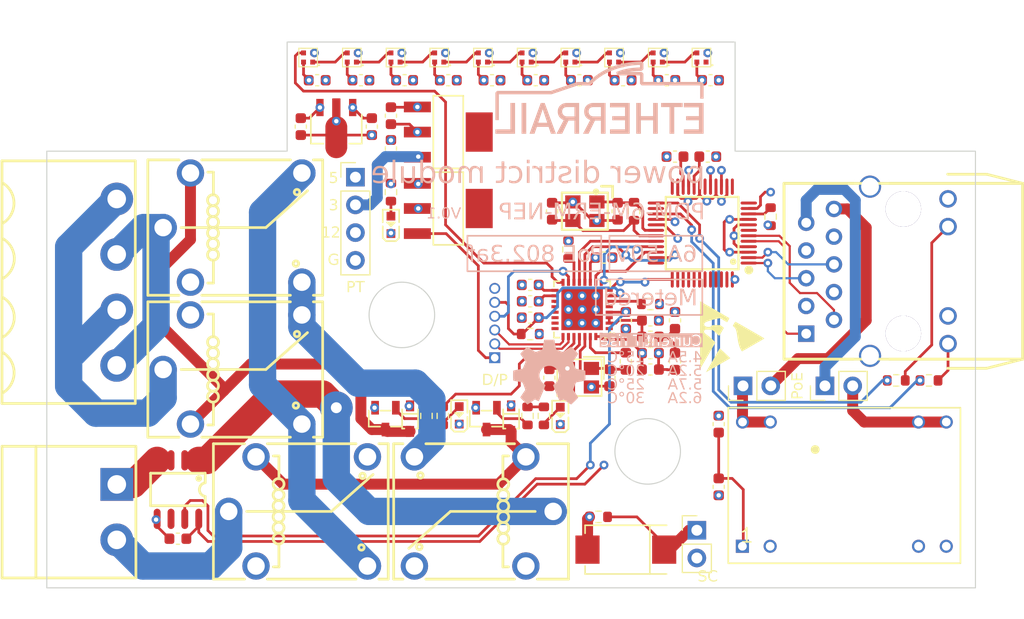
<source format=kicad_pcb>
(kicad_pcb (version 20221018) (generator pcbnew)
  (layers (0 "F.Cu" signal) (1 "In1.Cu" signal) (2 "In2.Cu" signal) (31 "B.Cu" signal) (34 "B.Paste" user) (35 "F.Paste" user) (36 "B.SilkS" user "B.Silkscreen") (37 "F.SilkS" user "F.Silkscreen") (38 "B.Mask" user) (39 "F.Mask" user) (44 "Edge.Cuts" user))
  (net 0 "")
  (net 1 "GND")
  (net 2 "Net-(D2-A)")
  (net 3 "/RESET")
  (net 4 "/TRACK POWER B")
  (net 5 "/USB -")
  (net 6 "/USB +")
  (net 7 "/TRACK POWER A")
  (net 8 "Net-(LED1-A)")
  (net 9 "Net-(LED2-A)")
  (net 10 "/TRACK POWER ENABLE")
  (net 11 "/TRACK DIRECTION")
  (net 12 "+12V")
  (net 13 "+3.3V")
  (net 14 "/CURRENT SENSING INPUT")
  (net 15 "Net-(U3-TOCAP)")
  (net 16 "Net-(U3-1V2O)")
  (net 17 "Net-(U3-XI{slash}CLKIN)")
  (net 18 "Net-(U3-XO)")
  (net 19 "+5V")
  (net 20 "Net-(CN1-Pad1)")
  (net 21 "Net-(R2-Pad1)")
  (net 22 "/LED ACTIVITY")
  (net 23 "Net-(R4-Pad1)")
  (net 24 "/LED LINK")
  (net 25 "Net-(Q2-B)")
  (net 26 "Net-(Q1-B)")
  (net 27 "/BOOT")
  (net 28 "/TRACK POWER ENABLED A")
  (net 30 "/TRACK POWER ENABLED B")
  (net 32 "/TRACK OUT B")
  (net 33 "Net-(U3-EXRES1)")
  (net 34 "/WIZ SPI MISO")
  (net 35 "/ETHERNET RX -")
  (net 36 "/ETHERNET RX +")
  (net 40 "/ETHERNET TX -")
  (net 41 "/TRACK OUT A")
  (net 42 "/ETHERNET TX +")
  (net 45 "/POE IN +")
  (net 46 "/POE IN -")
  (net 47 "Net-(LED3-A)")
  (net 49 "Net-(D1-A)")
  (net 56 "/WIZ SPI CS")
  (net 57 "/WIZ SPI SCLK")
  (net 58 "/WIZ SPI MOSI")
  (net 59 "/WIZ RESET")
  (net 72 "Net-(U4-GPIO2)")
  (net 73 "Net-(U4-GPIO8)")
  (net 74 "unconnected-(U4-SPIHD-Pad19)")
  (net 80 "/LED DATA IN")
  (net 81 "Net-(U6-DOUT)")
  (net 82 "Net-(U8-DOUT)")
  (net 83 "Net-(U10-DIN)")
  (net 84 "Net-(U10-DOUT)")
  (net 85 "Net-(U11-DOUT)")
  (net 86 "Net-(U4-XTAL_P)")
  (net 87 "Net-(U4-XTAL_N)")
  (net 90 "Net-(C25-Pad2)")
  (net 91 "Net-(C26-Pad2)")
  (net 92 "Net-(U5-VIN)")
  (net 94 "Net-(U12-DOUT)")
  (net 95 "Net-(U15-DOUT)")
  (net 96 "Net-(U16-DOUT)")
  (net 97 "Net-(U17-DOUT)")
  (net 99 "Net-(J3-Pin_1)")
  (net 100 "Net-(J2-Pin_2)")
  (net 101 "Net-(J4-Pin_1)")
  (net 102 "Net-(C16-Pad2)")
  (footprint "Capacitor_SMD:C_0603_1608Metric" (layer "F.Cu") (at 23.25 7.75 -90)
    (fp_text reference "C18" hide)
    (fp_text value "0.33uF")
  )
  (footprint "easyeda2kicad:CRYSTAL-SMD_4P-L3.2-W2.5-BL" (layer "F.Cu") (at 48.75 30.75 180)
    (fp_text reference "U13" hide)
    (fp_text value "L327S400H11L")
  )
  (footprint "easyeda2kicad:CONN-TH_2P-P5.08_WJ2EDGRC-5.08-2P" (layer "F.Cu") (at 6.4075 43.065 -90)
    (fp_text reference "CN1" hide)
    (fp_text value "WJ2EDGRC-5.08-2P")
  )
  (footprint "easyeda2kicad:SOT-89-3_L4.5-W2.5-P1.50-LS4.2-BR" (layer "F.Cu") (at 26.5 7.36 90)
    (fp_text reference "U14" hide)
    (fp_text value "UMW78L05")
  )
  (footprint "Resistor_SMD:R_0603_1608Metric" (layer "F.Cu") (at 34.75 34.25 90)
    (fp_text reference "R11" hide)
    (fp_text value "560")
  )
  (footprint "Capacitor_SMD:C_0603_1608Metric" (layer "F.Cu") (at 52.75 3.5)
    (fp_text reference "C29" hide)
    (fp_text value "0.1uF")
  )
  (footprint "Capacitor_SMD:C_0603_1608Metric" (layer "F.Cu") (at 12 45.5 180)
    (fp_text reference "C20" hide)
    (fp_text value "0.1nF")
  )
  (footprint "easyeda2kicad:SOP-8_L4.9-W3.9-P1.27-LS6.0-BL" (layer "F.Cu") (at 12 41 180)
    (fp_text reference "U2" hide)
    (fp_text value "CC6903SO-10A")
  )
  (footprint "Capacitor_SMD:C_0603_1608Metric" (layer "F.Cu") (at 40.75 3.5)
    (fp_text reference "C14" hide)
    (fp_text value "0.1uF")
  )
  (footprint "Capacitor_SMD:C_0603_1608Metric" (layer "F.Cu") (at 28.75 3.5)
    (fp_text reference "C11" hide)
    (fp_text value "0.1uF")
  )
  (footprint "easyeda2kicad:SOD-323_L1.8-W1.3-LS2.5-RD" (layer "F.Cu") (at 42.5 34.5 -90)
    (fp_text reference "D1" hide)
    (fp_text value "BAS321,115")
  )
  (footprint "Resistor_SMD:R_0603_1608Metric" (layer "F.Cu") (at 80.75 31 180)
    (fp_text reference "R2" hide)
    (fp_text value "56")
  )
  (footprint "Capacitor_SMD:C_0603_1608Metric" (layer "F.Cu") (at 31.5 6.75 90)
    (fp_text reference "C1" hide)
    (fp_text value "0.1nF")
  )
  (footprint "Capacitor_SMD:C_0603_1608Metric" (layer "F.Cu") (at 29.75 7.75 -90)
    (fp_text reference "C19" hide)
    (fp_text value "0.1uF")
  )
  (footprint "Capacitor_SMD:C_0603_1608Metric" (layer "F.Cu") (at 51.5 30.75 90)
    (fp_text reference "C16" hide)
    (fp_text value "14pF")
  )
  (footprint "Capacitor_SMD:C_0603_1608Metric" (layer "F.Cu") (at 44.25 22.25 180)
    (fp_text reference "C24" hide)
    (fp_text value "0.1uF")
  )
  (footprint "Capacitor_SMD:C_0603_1608Metric" (layer "F.Cu") (at 44.25 23.75 180)
    (fp_text reference "C33" hide)
    (fp_text value "1uF")
  )
  (footprint "easyeda2kicad:SOT-223-4_L6.5-W3.5-P2.30-LS7.0-BR" (layer "F.Cu") (at 36.75 8.25 180)
    (fp_text reference "U1" hide)
    (fp_text value "AMS1117-3.3_C347222")
  )
  (footprint "easyeda2kicad:RJ45-TH_HY931147C" (layer "F.Cu") (at 76 21 180)
    (fp_text reference "RJ1" hide)
    (fp_text value "HY931147C")
  )
  (footprint "easyeda2kicad:LED-SMD_4P-L1.0-W1.0-TL_XL-1010RGBC-WS2812B" (layer "F.Cu") (at 31.92 1.42 180)
    (fp_text reference "U9" hide)
    (fp_text value "XL-1010RGBC-WS2812B")
  )
  (footprint "easyeda2kicad:LED-SMD_4P-L1.0-W1.0-TL_XL-1010RGBC-WS2812B" (layer "F.Cu") (at 39.92 1.42 180)
    (fp_text reference "U11" hide)
    (fp_text value "XL-1010RGBC-WS2812B")
  )
  (footprint "Capacitor_SMD:C_0603_1608Metric" (layer "F.Cu") (at 55.25 28.5 180)
    (fp_text reference "C22" hide)
    (fp_text value "10nF")
  )
  (footprint "Capacitor_SMD:C_0603_1608Metric" (layer "F.Cu") (at 57.5 29.25 90)
    (fp_text reference "C27" hide)
    (fp_text value "10uF")
  )
  (footprint "easyeda2kicad:SOT-23-3_L2.9-W1.3-P1.90-LS2.4-BR" (layer "F.Cu") (at 40.25 34.5 90)
    (fp_text reference "Q2" hide)
    (fp_text value "SS8050_C2150")
  )
  (footprint "easyeda2kicad:PWRM-TH_DP9900LP-5V" (layer "F.Cu") (at 73 40.5)
    (fp_text reference "U7" hide)
    (fp_text value "DP9900LP-12V")
  )
  (footprint "Resistor_SMD:R_0603_1608Metric" (layer "F.Cu") (at 66.25 16 -90)
    (fp_text reference "R5" hide)
    (fp_text value "12.4K 1%")
  )
  (footprint "easyeda2kicad:OSC-SMD_4P-L3.2-W2.5-BL_SIT8008BI" (layer "F.Cu") (at 49.25 15.5 180)
    (fp_text reference "X1" hide)
    (fp_text value "X322525MRB4SI")
  )
  (footprint "Capacitor_SMD:C_0603_1608Metric" (layer "F.Cu") (at 48.75 3.5)
    (fp_text reference "C28" hide)
    (fp_text value "0.1uF")
  )
  (footprint "easyeda2kicad:LED-SMD_4P-L1.0-W1.0-TL_XL-1010RGBC-WS2812B" (layer "F.Cu") (at 47.92 1.42 180)
    (fp_text reference "U15" hide)
    (fp_text value "XL-1010RGBC-WS2812B")
  )
  (footprint "Connector_PinHeader_2.54mm:PinHeader_1x04_P2.54mm_Vertical" (layer "F.Cu") (at 28.25 12.38)
    (fp_text reference "J1" hide)
    (fp_text value "Conn_01x04_Pin")
  )
  (footprint "easyeda2kicad:QFN-32_L5.0-W5.0-P0.50-TL-EP3.7" (layer "F.Cu") (at 49 24.5 180)
    (fp_text reference "U4" hide)
    (fp_text value "ESP32-C3FH4")
  )
  (footprint "easyeda2kicad:RELAY-TH_SRA-X-CX" (layer "F.Cu") (at 40 43 180)
    (fp_text reference "K2" hide)
    (fp_text value "SRA-12VDC-CL")
  )
  (footprint "easyeda2kicad:LED-SMD_4P-L1.0-W1.0-TL_XL-1010RGBC-WS2812B" (layer "F.Cu") (at 59.92 1.42 180)
    (fp_text reference "U18" hide)
    (fp_text value "XL-1010RGBC-WS2812B")
  )
  (footprint "easyeda2kicad:RELAY-TH_SRA-X-CX" (layer "F.Cu") (at 17 30)
    (fp_text reference "K4" hide)
    (fp_text value "SRA-12VDC-CL")
  )
  (footprint "Inductor_SMD:L_0603_1608Metric" (layer "F.Cu") (at 53 29.25 -90)
    (fp_text reference "L2" hide)
    (fp_text value "24nH")
  )
  (footprint "Capacitor_SMD:C_0603_1608Metric" (layer "F.Cu") (at 36.75 3.5)
    (fp_text reference "C13" hide)
    (fp_text value "0.1uF")
  )
  (footprint "easyeda2kicad:LED-SMD_4P-L1.0-W1.0-TL_XL-1010RGBC-WS2812B" (layer "F.Cu") (at 55.92 1.42 180)
    (fp_text reference "U17" hide)
    (fp_text value "XL-1010RGBC-WS2812B")
  )
  (footprint "Capacitor_SMD:C_0603_1608Metric" (layer "F.Cu") (at 60.5 10.5)
    (fp_text reference "C5" hide)
    (fp_text value "4.7uF")
  )
  (footprint "Capacitor_SMD:C_0603_1608Metric" (layer "F.Cu") (at 55.25 30 180)
    (fp_text reference "C21" hide)
    (fp_text value "1uF")
  )
  (footprint "Capacitor_SMD:C_0603_1608Metric" (layer "F.Cu") (at 51 19.75 180)
    (fp_text reference "C23" hide)
    (fp_text value "0.1uF")
  )
  (footprint "easyeda2kicad:LED-SMD_4P-L1.0-W1.0-TL_XL-1010RGBC-WS2812B" (layer "F.Cu") (at 43.92 1.42 180)
    (fp_text reference "U12" hide)
    (fp_text value "XL-1010RGBC-WS2812B")
  )
  (footprint "Capacitor_SMD:C_0603_1608Metric" (layer "F.Cu") (at 61.5 40.75 90)
    (fp_text reference "C4" hide)
    (fp_text value "10uF 25V")
  )
  (footprint "Resistor_SMD:R_0603_1608Metric" (layer "F.Cu") (at 55.25 24)
    (fp_text reference "R8" hide)
    (fp_text value "10K")
  )
  (footprint "Resistor_SMD:R_0603_1608Metric" (layer "F.Cu") (at 44 34.25 90)
    (fp_text reference "R1" hide)
    (fp_text value "560")
  )
  (footprint "easyeda2kicad:LED-SMD_4P-L1.0-W1.0-TL_XL-1010RGBC-WS2812B" (layer "F.Cu") (at 35.92 1.42 180)
    (fp_text reference "U10" hide)
    (fp_text value "XL-1010RGBC-WS2812B")
  )
  (footprint "Resistor_SMD:R_0603_1608Metric" (layer "F.Cu") (at 45.5 34.25 90)
    (fp_text reference "R7" hide)
    (fp_text value "120")
  )
  (footprint "easyeda2kicad:RELAY-TH_SRA-X-CX" (layer "F.Cu") (at 17 17)
    (fp_text reference "K3" hide)
    (fp_text value "SRA-12VDC-CL")
  )
  (footprint "Inductor_SMD:L_0603_1608Metric" (layer "F.Cu") (at 55.25 27)
    (fp_text reference "L1" hide)
    (fp_text value "2.0nH")
  )
  (footprint "easyeda2kicad:SOT-23-3_L2.9-W1.3-P1.90-LS2.4-BR" (layer "F.Cu") (at 31 34.5 90)
    (fp_text reference "Q1" hide)
    (fp_text value "SS8050_C2150")
  )
  (footprint "Capacitor_SMD:C_0603_1608Metric" (layer "F.Cu") (at 55.25 25.5 180)
    (fp_text reference "C25" hide)
    (fp_text value "1uF")
  )
  (footprint "Resistor_SMD:R_0603_1608Metric" (layer "F.Cu") (at 36.25 34.25 90)
    (fp_text reference "R10" hide)
    (fp_text value "120")
  )
  (footprint "easyeda2kicad:LED0603-RD-YELLOW" (layer "F.Cu") (at 31.5 16.75 90)
    (fp_text reference "LED1" hide)
    (fp_text value "XL-1608UYC-06")
  )
  (footprint "Capacitor_SMD:C_0603_1608Metric" (layer "F.Cu") (at 57.5 25.5 -90)
    (fp_text reference "C26" hide)
    (fp_text value "0.1uF")
  )
  (footprint "Connector_PinHeader_2.54mm:PinHeader_1x02_P2.54mm_Vertical" (layer "F.Cu") (at 63.725 31.5 90)
    (fp_text reference "J2" hide)
    (fp_text value "Conn_01x02")
  )
  (footprint "Capacitor_SMD:C_0603_1608Metric" (layer "F.Cu") (at 57.5 10.5 180)
    (fp_text reference "C6" hide)
    (fp_text value "4.7uF")
  )
  (footprint "Capacitor_SMD:C_0603_1608Metric" (layer "F.Cu") (at 44.25 25.25)
    (fp_text reference "C9" hide)
    (fp_text value "1uF")
  )
  (footprint "Capacitor_SMD:C_0603_1608Metric" (layer "F.Cu") (at 53 25.5 90)
    (fp_text reference "C34" hide)
    (fp_text value "0.1uF")
  )
  (footprint "easyeda2kicad:LED-SMD_4P-L1.0-W1.0-TL_XL-1010RGBC-WS2812B" (layer "F.Cu") (at 51.92 1.42 180)
    (fp_text reference "U16" hide)
    (fp_text value "XL-1010RGBC-WS2812B")
  )
  (footprint "Capacitor_SMD:C_0603_1608Metric" (layer "F.Cu") (at 24.75 3.5)
    (fp_text reference "C10" hide)
    (fp_text value "0.1uF")
  )
  (footprint "Connector_PinHeader_2.54mm:PinHeader_1x02_P2.54mm_Vertical" (layer "F.Cu") (at 59.5 44.725)
    (fp_text reference "J4" hide)
    (fp_text value "Conn_01x02")
  )
  (footprint "easyeda2kicad:LED0603-RD-YELLOW" (layer "F.Cu") (at 37.75 34.2 90)
    (fp_text reference "LED3" hide)
    (fp_text value "XL-1608UYC-06")
  )
  (footprint "Resistor_SMD:R_0603_1608Metric" (layer "F.Cu") (at 50.5 43.5 180)
    (fp_text reference "R13" hide)
    (fp_text value "6.2k")
  )
  (footprint "easyeda2kicad:SOT-223-4_L6.5-W3.5-P2.30-LS7.0-BR" (layer "F.Cu") (at 36.75 15.25 180)
    (fp_text reference "U5" hide)
    (fp_text value "AMS1117-3.3_C347222")
  )
  (footprint "Resistor_SMD:R_0603_1608Metric" (layer "F.Cu") (at 44.25 26.75)
    (fp_text reference "R9" hide)
    (fp_text value "10K")
  )
  (footprint "Resistor_SMD:R_0603_1608Metric" (layer "F.Cu") (at 31.5 13.75 -90)
    (fp_text reference "R3" hide)
    (fp_text value "120")
  )
  (footprint "Resistor_SMD:R_0603_1608Metric" (layer "F.Cu") (at 47.75 19 -90)
    (fp_text reference "R12" hide)
    (fp_text value "10K")
  )
  (footprint "easyeda2kicad:HDR-TH_6P-P1.27-V-M-A" (layer "F.Cu") (at 41 25.75 90)
    (fp_text reference "H1" hide)
    (fp_text value "DZ127R-11-06-25")
  )
  (footprint "easyeda2kicad:LED-SMD_4P-L1.0-W1.0-TL_XL-1010RGBC-WS2812B" (layer "F.Cu") (at 23.92 1.42 180)
    (fp_text reference "U6" hide)
    (fp_text value "XL-1010RGBC-WS2812B")
  )
  (footprint "easyeda2kicad:LED0603-RD-YELLOW" (layer "F.Cu") (at 47 34.25 90)
    (fp_text reference "LED2" hide)
    (fp_text value "XL-1608UYC-06")
  )
  (footprint "Capacitor_SMD:C_0603_1608Metric" (layer "F.Cu") (at 46 30.75 -90)
    (fp_text reference "C17" hide)
    (fp_text value "14pF")
  )
  (footprint "Capacitor_SMD:C_0603_1608Metric" (layer "F.Cu") (at 31.5 9.75 90)
    (fp_text reference "C2" hide)
    (fp_text value "0.1nF")
  )
  (footprint "easyeda2kicad:RELAY-TH_SRA-X-CX" (layer "F.Cu") (at 23 43)
    (fp_text reference "K1" hide)
    (fp_text value "SRA-12VDC-CL")
  )
  (footprint "Capacitor_SMD:C_0603_1608Metric" (layer "F.Cu") (at 60.75 3.5)
    (fp_text reference "C31" hide)
    (fp_text value "0.1uF")
  )
  (footprint "easyeda2kicad:CAP-SMD_L7.3-W4.3-R-RD" (layer "F.Cu") (at 53 46.5)
    (fp_text reference "C32" hide)
    (fp_text value "TAJE337M016RNJ")
  )
  (footprint "Capacitor_SMD:C_0603_1608Metric" (layer "F.Cu") (at 61.5 35 -90)
    (fp_text reference "C3" hide)
    (fp_text value "100uF 25V")
  )
  (footprint "Resistor_SMD:R_0603_1608Metric" (layer "F.Cu") (at 77.75 31 180)
    (fp_text reference "R4" hide)
    (fp_text value "56")
  )
  (footprint "easyeda2kicad:CONN-TH_4P-P5.08_WJ2EDGRC-5.08-4P" (layer "F.Cu") (at 6.4 22 -90)
    (fp_text reference "P1" hide)
    (fp_text value "WJ2EDGRC-5.08-4P")
  )
  (footprint "Capacitor_SMD:C_0603_1608Metric" (layer "F.Cu") (at 56.75 3.5)
    (fp_text reference "C30" hide)
    (fp_text value "0.1uF")
  )
  (footprint "Capacitor_SMD:C_0603_1608Metric" (layer "F.Cu") (at 32.75 3.5)
    (fp_text reference "C12" hide)
    (fp_text value "0.1uF")
  )
  (footprint "Capacitor_SMD:C_0603_1608Metric" (layer "F.Cu") (at 44.75 3.5)
    (fp_text reference "C15" hide)
    (fp_text value "0.1uF")
  )
  (footprint "Symbol:ESD-Logo_6.6x6mm_SilkScreen" (layer "F.Cu") (at 62.75 27 -90)
    (fp_text reference "REF**" hide)
    (fp_text value "ESD-Logo_6.6x6mm_SilkScreen" hide)
  )
  (footprint "easyeda2kicad:LQFP-48_L7.0-W7.0-P0.50-LS9.0-BL" (layer "F.Cu") (at 60 17.5 90)
    (fp_text reference "U3" hide)
    (fp_text value "W5500")
  )
  (footprint "Capacitor_SMD:C_0603_1608Metric" (layer "F.Cu") (at 46.25 15.5 90)
    (fp_text reference "C8" hide)
    (fp_text value "18pF")
  )
  (footprint "Resistor_SMD:R_0603_1608Metric" (layer "F.Cu") (at 53.75 15.5 90)
    (fp_text reference "R6" hide)
    (fp_text value "1M")
  )
  (footprint "Capacitor_SMD:C_0603_1608Metric" (layer "F.Cu") (at 52.25 15.5 -90)
    (fp_text reference "C7" hide)
    (fp_text value "18pF")
  )
  (footprint "easyeda2kicad:SOD-323_L1.8-W1.3-LS2.5-RD" (layer "F.Cu") (at 33.25 34.5 -90)
    (fp_text reference "D2" hide)
    (fp_text value "BAS321,115")
  )
  (footprint "Connector_PinHeader_2.54mm:PinHeader_1x02_P2.54mm_Vertical" (layer "F.Cu") (at 71.225 31.5 90)
    (fp_text reference "J3" hide)
    (fp_text value "Conn_01x02")
  )
  (footprint "easyeda2kicad:LED-SMD_4P-L1.0-W1.0-TL_XL-1010RGBC-WS2812B" (layer "F.Cu") (at 27.92 1.42 180)
    (fp_text reference "U8" hide)
    (fp_text value "XL-1010RGBC-WS2812B")
  )
  (footprint "Symbol:OSHW-Symbol_6.7x6mm_SilkScreen" (layer "B.Cu") (at 46 30.25 180)
    (fp_text reference "REF**" hide)
    (fp_text value "OSHW-Symbol_6.7x6mm_SilkScreen" hide)
  )
  (gr_poly (pts (xy 42.433061 8) (xy 41.057176 8) (xy 41.057176 8.405014) (xy 42.861329 8.405014) (xy 42.861329 5.579606) (xy 42.433061 5.579606)) (fill solid) (layer "B.SilkS"))
  (gr_poly (pts (xy 54.268467 1.780642) (xy 54.169235 1.78353) (xy 54.115434 1.785762) (xy 54.05892 1.788563) (xy 53.972866 1.793688) (xy 53.885141 1.799964) (xy 53.795802 1.807424) (xy 53.704908 1.816101) (xy 53.612514 1.826027) (xy 53.518679 1.837235) (xy 53.42346 1.849758) (xy 53.326913 1.863627) (xy 53.061335 1.907826) (xy 52.796732 1.960962) (xy 52.533567 2.023303) (xy 52.2723 2.095119) (xy 52.013391 2.176678) (xy 51.757303 2.268249) (xy 51.504496 2.3701) (xy 51.379467 2.424964) (xy 51.25543 2.482499) (xy 51.140231 2.538846) (xy 51.026637 2.597313) (xy 50.914676 2.657912) (xy 50.804374 2.72066) (xy 50.695757 2.785569) (xy 50.588852 2.852654) (xy 50.483686 2.921931) (xy 50.380284 2.993413) (xy 50.278674 3.067115) (xy 50.178882 3.143052) (xy 50.080934 3.221237) (xy 49.984857 3.301686) (xy 49.890678 3.384412) (xy 49.798422 3.469431) (xy 49.708117 3.556756) (xy 49.619789 3.646403) (xy 49.609794 3.656869) (xy 48.583224 3.656881) (xy 48.532379 3.665243) (xy 46.13448 4.475939) (xy 41.219445 4.475952) (xy 41.060696 4.634702) (xy 41.060696 7.154858) (xy 41.378195 7.154858) (xy 41.37821 4.793439) (xy 46.160557 4.793452) (xy 46.211401 4.78509) (xy 48.609313 3.974369) (xy 49.678211 3.974381) (xy 49.794408 3.923797) (xy 49.879671 3.834508) (xy 49.967005 3.747571) (xy 50.056382 3.662972) (xy 50.147776 3.580696) (xy 50.24116 3.500728) (xy 50.336508 3.423052) (xy 50.433791 3.347654) (xy 50.532985 3.274519) (xy 50.63406 3.203632) (xy 50.736992 3.134978) (xy 50.841753 3.068541) (xy 50.948315 3.004307) (xy 51.056654 2.942261) (xy 51.16674 2.882388) (xy 51.278549 2.824673) (xy 51.392052 2.769101) (xy 51.510344 2.714237) (xy 51.629651 2.661901) (xy 51.749914 2.612062) (xy 51.871076 2.564691) (xy 52.115863 2.477228) (xy 52.363546 2.399269) (xy 52.613659 2.330573) (xy 52.865739 2.270895) (xy 53.119318 2.219994) (xy 53.373933 2.177626) (xy 53.466622 2.16431) (xy 53.558016 2.15229) (xy 53.648054 2.141533) (xy 53.736681 2.132008) (xy 53.823836 2.123685) (xy 53.909461 2.116532) (xy 53.993498 2.110517) (xy 54.075888 2.10561) (xy 54.132169 2.10283) (xy 54.185468 2.100646) (xy 54.235717 2.099021) (xy 54.282849 2.097919) (xy 54.291371 2.097745) (xy 54.291371 2.330592) (xy 54.27093 2.330977) (xy 53.971067 2.342916) (xy 53.681423 2.365906) (xy 53.540435 2.381549) (xy 53.402003 2.399961) (xy 53.266129 2.421144) (xy 53.132812 2.445099) (xy 53.002054 2.471828) (xy 52.873856 2.501333) (xy 52.748218 2.533616) (xy 52.625141 2.568679) (xy 52.504625 2.606523) (xy 52.386671 2.647152) (xy 52.271279 2.690566) (xy 52.158452 2.736767) (xy 52.126111 2.750731) (xy 52.189666 3.054954) (xy 54.291371 3.054928) (xy 54.291347 3.815631) (xy 54.450097 3.974381) (xy 59.801544 3.974369) (xy 59.801544 5.190327) (xy 60.119044 5.190327) (xy 60.119044 3.815631) (xy 59.960294 3.656881) (xy 54.608871 3.656869) (xy 54.608846 2.896204) (xy 54.450097 2.737454) (xy 53.300017 2.737429) (xy 53.309636 2.735788) (xy 53.437722 2.715602) (xy 53.568378 2.697999) (xy 53.701605 2.682981) (xy 53.837402 2.670549) (xy 53.975771 2.660706) (xy 54.116713 2.653452) (xy 54.260228 2.648792) (xy 54.406317 2.646725) (xy 54.450097 2.646611) (xy 54.608846 2.487861) (xy 54.608846 1.939543) (xy 54.456045 1.780899) (xy 54.45562 1.780883) (xy 54.454015 1.780828) (xy 54.451971 1.780762) (xy 54.44926 1.780681) (xy 54.441185 1.78047) (xy 54.431847 1.780269) (xy 54.356158 1.779641)) (fill solid) (layer "B.SilkS"))
  (gr_poly (pts (xy 47.579087 5.580332) (xy 47.536522 5.582512) (xy 47.494972 5.586146) (xy 47.454435 5.591233) (xy 47.414914 5.597773) (xy 47.376406 5.605767) (xy 47.338913 5.615214) (xy 47.302434 5.626114) (xy 47.26697 5.638468) (xy 47.23252 5.652276) (xy 47.199084 5.667536) (xy 47.166662 5.68425) (xy 47.135255 5.702418) (xy 47.104862 5.722039) (xy 47.075484 5.743113) (xy 47.04712 5.765641) (xy 47.014456 5.792748) (xy 46.983806 5.821264) (xy 46.955169 5.851187) (xy 46.928546 5.882518) (xy 46.903937 5.915258) (xy 46.881341 5.949405) (xy 46.860759 5.98496) (xy 46.84219 6.021924) (xy 46.825635 6.060295) (xy 46.811094 6.100074) (xy 46.798566 6.141261) (xy 46.788051 6.183857) (xy 46.779551 6.22786) (xy 46.773063 6.273271) (xy 46.76859 6.32009) (xy 46.766129 6.368317) (xy 46.769173 6.438822) (xy 46.77225 6.472996) (xy 46.776364 6.506451) (xy 46.781515 6.539186) (xy 46.787704 6.571203) (xy 46.794929 6.6025) (xy 46.803191 6.633078) (xy 46.812491 6.662937) (xy 46.822827 6.692077) (xy 46.834201 6.720498) (xy 46.846612 6.7482) (xy 46.860059 6.775182) (xy 46.874544 6.801445) (xy 46.890066 6.82699) (xy 46.906625 6.851815) (xy 46.924221 6.875921) (xy 46.942854 6.899308) (xy 46.962524 6.921975) (xy 46.983231 6.943924) (xy 47.004975 6.965153) (xy 47.027757 6.985664) (xy 47.051575 7.005455) (xy 47.07643 7.024527) (xy 47.102323 7.04288) (xy 47.129252 7.060514) (xy 47.157219 7.077428) (xy 47.186223 7.093624) (xy 47.216263 7.1091) (xy 47.247341 7.123858) (xy 47.312608 7.151215) (xy 46.657609 8.405014) (xy 47.167268 8.405014) (xy 47.750565 7.197724) (xy 48.297043 7.197724) (xy 48.297043 8.405014) (xy 48.725312 8.405014) (xy 48.725312 5.961365) (xy 48.297043 5.961365) (xy 48.297043 6.817902) (xy 47.649796 6.817902) (xy 47.620229 6.816903) (xy 47.5916 6.814874) (xy 47.563909 6.811816) (xy 47.537157 6.807729) (xy 47.511344 6.802611) (xy 47.48647 6.796465) (xy 47.462534 6.789289) (xy 47.439537 6.781083) (xy 47.417479 6.771848) (xy 47.396359 6.761583) (xy 47.376178 6.750289) (xy 47.356936 6.737965) (xy 47.338632 6.724612) (xy 47.321267 6.71023) (xy 47.304841 6.694817) (xy 47.289353 6.678376) (xy 47.275039 6.662404) (xy 47.261648 6.645977) (xy 47.24918 6.629097) (xy 47.237636 6.611762) (xy 47.227016 6.593973) (xy 47.217319 6.57573) (xy 47.208545 6.557032) (xy 47.200695 6.537881) (xy 47.193769 6.518275) (xy 47.187766 6.498215) (xy 47.182687 6.477701) (xy 47.178531 6.456732) (xy 47.175299 6.43531) (xy 47.17299 6.413433) (xy 47.171605 6.391102) (xy 47.171143 6.368317) (xy 47.17215 6.34118) (xy 47.174201 6.314996) (xy 47.177297 6.289765) (xy 47.181438 6.265489) (xy 47.186623 6.242167) (xy 47.192853 6.219798) (xy 47.200128 6.198383) (xy 47.208447 6.177922) (xy 47.217811 6.158414) (xy 47.22822 6.139861) (xy 47.233816 6.130942) (xy 47.239673 6.122261) (xy 47.245791 6.113819) (xy 47.252171 6.105615) (xy 47.258811 6.09765) (xy 47.265713 6.089923) (xy 47.272876 6.082435) (xy 47.2803 6.075185) (xy 47.287985 6.068173) (xy 47.295932 6.0614) (xy 47.304139 6.054866) (xy 47.312608 6.048569) (xy 47.326551 6.03801) (xy 47.341252 6.028131) (xy 47.356709 6.018934) (xy 47.372923 6.010418) (xy 47.389895 6.002583) (xy 47.407623 5.995429) (xy 47.426109 5.988957) (xy 47.445351 5.983166) (xy 47.46535 5.978057) (xy 47.486107 5.973628) (xy 47.50762 5.969881) (xy 47.529891 5.966816) (xy 47.552918 5.964431) (xy 47.576702 5.962728) (xy 47.601244 5.961706) (xy 47.626542 5.961365) (xy 48.297043 5.961365) (xy 48.725312 5.961365) (xy 48.725312 5.579606) (xy 47.622666 5.579606)) (fill solid) (layer "B.SilkS"))
  (gr_poly (pts (xy 49.999481 5.580332) (xy 49.956917 5.582512) (xy 49.915366 5.586146) (xy 49.87483 5.591233) (xy 49.835308 5.597773) (xy 49.796801 5.605767) (xy 49.759308 5.615214) (xy 49.722829 5.626114) (xy 49.687364 5.638468) (xy 49.652914 5.652276) (xy 49.619478 5.667536) (xy 49.587057 5.68425) (xy 49.55565 5.702418) (xy 49.525257 5.722039) (xy 49.495878 5.743113) (xy 49.467514 5.765641) (xy 49.43485 5.792748) (xy 49.4042 5.821264) (xy 49.375564 5.851187) (xy 49.348941 5.882518) (xy 49.324331 5.915258) (xy 49.301736 5.949405) (xy 49.281153 5.98496) (xy 49.262585 6.021924) (xy 49.24603 6.060295) (xy 49.231488 6.100074) (xy 49.21896 6.141261) (xy 49.208446 6.183857) (xy 49.199945 6.22786) (xy 49.193458 6.273271) (xy 49.188984 6.32009) (xy 49.186524 6.368317) (xy 49.189567 6.438822) (xy 49.192644 6.472996) (xy 49.196759 6.506451) (xy 49.20191 6.539186) (xy 49.208098 6.571203) (xy 49.215323 6.6025) (xy 49.223586 6.633078) (xy 49.232885 6.662937) (xy 49.243222 6.692077) (xy 49.254596 6.720498) (xy 49.267006 6.7482) (xy 49.280454 6.775182) (xy 49.294939 6.801445) (xy 49.310461 6.82699) (xy 49.32702 6.851815) (xy 49.344616 6.875921) (xy 49.363249 6.899308) (xy 49.382919 6.921975) (xy 49.403626 6.943924) (xy 49.42537 6.965153) (xy 49.448151 6.985664) (xy 49.47197 7.005455) (xy 49.496825 7.024527) (xy 49.522717 7.04288) (xy 49.549647 7.060514) (xy 49.577613 7.077428) (xy 49.606617 7.093624) (xy 49.636658 7.1091) (xy 49.667736 7.123858) (xy 49.733002 7.151215) (xy 49.078003 8.405014) (xy 49.587662 8.405014) (xy 50.17096 7.197724) (xy 50.717438 7.197724) (xy 50.717438 8.405014) (xy 51.145707 8.405014) (xy 51.145707 5.961365) (xy 50.717438 5.961365) (xy 50.717438 6.817902) (xy 50.070191 6.817902) (xy 50.040623 6.816903) (xy 50.011994 6.814874) (xy 49.984304 6.811816) (xy 49.957552 6.807729) (xy 49.931739 6.802611) (xy 49.906865 6.796465) (xy 49.882929 6.789289) (xy 49.859932 6.781083) (xy 49.837874 6.771848) (xy 49.816754 6.761583) (xy 49.796573 6.750289) (xy 49.777331 6.737965) (xy 49.759027 6.724612) (xy 49.741662 6.71023) (xy 49.725236 6.694817) (xy 49.709748 6.678376) (xy 49.695433 6.662404) (xy 49.682042 6.645977) (xy 49.669575 6.629097) (xy 49.658031 6.611762) (xy 49.64741 6.593973) (xy 49.637713 6.57573) (xy 49.62894 6.557032) (xy 49.62109 6.537881) (xy 49.614164 6.518275) (xy 49.608161 6.498215) (xy 49.603082 6.477701) (xy 49.598926 6.456732) (xy 49.595694 6.43531) (xy 49.593385 6.413433) (xy 49.592 6.391102) (xy 49.591538 6.368317) (xy 49.592545 6.34118) (xy 49.594596 6.314996) (xy 49.597692 6.289765) (xy 49.601833 6.265489) (xy 49.607018 6.242167) (xy 49.613248 6.219798) (xy 49.620523 6.198383) (xy 49.628842 6.177922) (xy 49.638206 6.158414) (xy 49.648614 6.139861) (xy 49.65421 6.130942) (xy 49.660067 6.122261) (xy 49.666186 6.113819) (xy 49.672565 6.105615) (xy 49.679206 6.09765) (xy 49.686107 6.089923) (xy 49.69327 6.082435) (xy 49.700694 6.075185) (xy 49.70838 6.068173) (xy 49.716326 6.0614) (xy 49.724534 6.054866) (xy 49.733002 6.048569) (xy 49.746946 6.03801) (xy 49.761646 6.028131) (xy 49.777103 6.018934) (xy 49.793318 6.010418) (xy 49.810289 6.002583) (xy 49.828018 5.995429) (xy 49.846503 5.988957) (xy 49.865745 5.983166) (xy 49.885745 5.978057) (xy 49.906501 5.973628) (xy 49.928015 5.969881) (xy 49.950285 5.966816) (xy 49.973312 5.964431) (xy 49.997097 5.962728) (xy 50.021638 5.961706) (xy 50.046937 5.961365) (xy 50.717438 5.961365) (xy 51.145707 5.961365) (xy 51.145707 5.579606) (xy 50.04306 5.579606)) (fill solid) (layer "B.SilkS"))
  (gr_poly (pts (xy 56.226792 5.961365) (xy 57 5.961365) (xy 57 8.405014) (xy 57.430206 8.405014) (xy 57.430206 5.961365) (xy 58.203415 5.961365) (xy 58.203415 5.579606) (xy 56.226792 5.579606)) (fill solid) (layer "B.SilkS"))
  (gr_poly (pts (xy 43.456254 8.405014) (xy 43.884522 8.405014) (xy 43.884522 5.579606) (xy 43.456254 5.579606)) (fill solid) (layer "B.SilkS"))
  (gr_poly (pts (xy 51.548783 5.98462) (xy 52.924668 5.98462) (xy 52.924668 6.790772) (xy 51.750321 6.790772) (xy 51.750321 7.170594) (xy 52.924668 7.170594) (xy 52.924668 8) (xy 51.548783 8) (xy 51.548783 8.405014) (xy 53.352936 8.405014) (xy 53.352936 5.579606) (xy 51.548783 5.579606)) (fill solid) (layer "B.SilkS"))
  (gr_rect (start 38.5 17.75) (end 50.75 21) (stroke (width 0.15)) (fill none) (layer "B.SilkS"))
  (gr_rect (start 50.25 21.75) (end 60 25) (stroke (width 0.15)) (fill none) (layer "B.SilkS"))
  (gr_poly (pts (xy 58.311936 5.98462) (xy 59.68782 5.98462) (xy 59.68782 6.790772) (xy 58.513474 6.790772) (xy 58.513474 7.170594) (xy 59.68782 7.170594) (xy 59.68782 8) (xy 58.311936 8) (xy 58.311936 8.405014) (xy 60.116089 8.405014) (xy 60.116089 5.579606) (xy 58.311936 5.579606)) (fill solid) (layer "B.SilkS"))
  (gr_poly (pts (xy 55.496216 6.790772) (xy 54.378067 6.790772) (xy 54.378067 5.579606) (xy 53.949799 5.579606) (xy 53.949799 8.405014) (xy 54.378067 8.405014) (xy 54.378067 7.170594) (xy 55.496216 7.170594) (xy 55.496216 8.405014) (xy 55.924485 8.405014) (xy 55.924485 5.579606) (xy 55.496216 5.579606)) (fill solid) (layer "B.SilkS"))
  (gr_rect (start 51.5 17.75) (end 60 21) (stroke (width 0.15)) (fill none) (layer "B.SilkS"))
  (gr_poly (pts (xy 44.186829 8.405014) (xy 44.638352 8.405014) (xy 44.857331 7.77327) (xy 45.928971 7.77327) (xy 46.146012 8.405014) (xy 46.599473 8.405014) (xy 46.231756 7.393448) (xy 45.804947 7.393448) (xy 44.979416 7.393448) (xy 45.388307 6.159028) (xy 45.396058 6.159028) (xy 45.804947 7.393448) (xy 46.231756 7.393448) (xy 45.572403 5.579606) (xy 45.213899 5.579606)) (fill solid) (layer "B.SilkS"))
  (gr_rect (start 62.375 33.5) (end 83.625 47.75) (stroke (width 0.15)) (fill none) (layer "F.SilkS"))
  (gr_circle (center 32.5 25) (end 32.5 22) (stroke (width 0.1)) (fill none) (layer "Edge.Cuts"))
  (gr_poly (pts (xy 22 0) (xy 22 10) (xy 0 10) (xy 0 50) (xy 85 50) (xy 85 10) (xy 63 10) (xy 63 0)) (stroke (width 0.1)) (fill none) (layer "Edge.Cuts"))
  (gr_circle (center 55 37.5) (end 55 40.5) (stroke (width 0.1)) (fill none) (layer "Edge.Cuts"))
  (gr_text "20°C" (at 54.75 30.75) (layer "B.SilkS") (effects (font (size 1 1) (thickness 0.125)) (justify left bottom mirror)))
  (gr_text "15°C" (at 54.75 29.5) (layer "B.SilkS") (effects (font (size 1 1) (thickness 0.125)) (justify left bottom mirror)))
  (gr_text "4.5A" (at 60 29.5) (layer "B.SilkS") (effects (font (size 1 1) (thickness 0.125)) (justify left bottom mirror)))
  (gr_text "PoE 802.3af" (at 44.75 19.5) (layer "B.SilkS") (effects (font (size 1.5 1.5) (thickness 0.25)) (justify mirror)))
  (gr_text "5.7A" (at 60 32) (layer "B.SilkS") (effects (font (size 1 1) (thickness 0.125)) (justify left bottom mirror)))
  (gr_text "Metered" (at 55.25 23.5) (layer "B.SilkS") (effects (font (size 1.5 1.5) (thickness 0.25)) (justify mirror)))
  (gr_text "5.2A" (at 60 30.75) (layer "B.SilkS") (effects (font (size 1 1) (thickness 0.125)) (justify left bottom mirror)))
  (gr_text "30°C" (at 54.75 33.25) (layer "B.SilkS") (effects (font (size 1 1) (thickness 0.125)) (justify left bottom mirror)))
  (gr_text "PDM-6M-ERM-NEP" (at 60.25 16.5) (layer "B.SilkS") (effects (font (size 1.5 1.5) (thickness 0.25)) (justify left bottom mirror)))
  (gr_text "6A 50V" (at 55.75 19.5) (layer "B.SilkS") (effects (font (size 1.5 1.5) (thickness 0.25)) (justify mirror)))
  (gr_text "Current" (at 60 28) (layer "B.SilkS" knockout) (effects (font (size 1 1) (thickness 0.125)) (justify left bottom mirror)))
  (gr_text "25°C" (at 54.75 32) (layer "B.SilkS") (effects (font (size 1 1) (thickness 0.125)) (justify left bottom mirror)))
  (gr_text "6.2A" (at 60 33.25) (layer "B.SilkS") (effects (font (size 1 1) (thickness 0.125)) (justify left bottom mirror)))
  (gr_text "V0.1" (at 34.75 15.75) (layer "B.SilkS") (effects (font (size 1 1)) (justify right mirror)))
  (gr_text "power district module" (at 60.25 13.25) (layer "B.SilkS") (effects (font (size 2 2) (thickness 0.25)) (justify left bottom mirror)))
  (gr_text "T rise" (at 54.5 28) (layer "B.SilkS" knockout) (effects (font (size 1 1)) (justify left bottom mirror)))
  (gr_text "12" (at 26 17.5) (layer "F.SilkS") (effects (font (size 1 1))))
  (gr_text "G" (at 26.25 20) (layer "F.SilkS") (effects (font (size 1 1))))
  (gr_text "SC" (at 60.5 49) (layer "F.SilkS") (effects (font (size 1 1))))
  (gr_text "5" (at 26.25 12.5) (layer "F.SilkS") (effects (font (size 1 1))))
  (gr_text "D/P" (at 41 31) (layer "F.SilkS") (effects (font (size 1 1))))
  (gr_text "PT" (at 28.25 22.5) (layer "F.SilkS") (effects (font (size 1 1))))
  (gr_text "5" (at 45.25 29) (layer "F.SilkS") (effects (font (size 1 1)) (justify left)))
  (gr_text "PoE" (at 68.75 31.5 90) (layer "F.SilkS") (effects (font (size 1 1))))
  (gr_text "3" (at 26.25 15) (layer "F.SilkS") (effects (font (size 1 1))))
  (segment (start 26.5 7.36) (end 26.5 7.25) (width 0.25) (layer "F.Cu") (net 1))
  (segment (start 56.34 1) (end 56.5 1) (width 0.25) (layer "F.Cu") (net 1))
  (segment (start 61.75 14.325) (end 61.940538 14.325) (width 0.25) (layer "F.Cu") (net 1))
  (segment (start 57.75 18) (end 57.75 17.984462) (width 0.25) (layer "F.Cu") (net 1))
  (segment (start 43.475 25) (end 43.475 25.25) (width 0.25) (layer "F.Cu") (net 1))
  (segment (start 33.95 12.95) (end 34 13) (width 0.25) (layer "F.Cu") (net 1))
  (segment (start 10.07 43.68) (end 10 43.75) (width 0.25) (layer "F.Cu") (net 1))
  (segment (start 56.025 30) (end 56.775 30) (width 0.25) (layer "F.Cu") (net 1))
  (segment (start 47.75 18.175) (end 47.75 18.25) (width 0.25) (layer "F.Cu") (net 1))
  (segment (start 49 24.5) (end 47.75 25.75) (width 0.25) (layer "F.Cu") (net 1))
  (segment (start 33.895 5.975) (end 33.92 5.95) (width 0.25) (layer "F.Cu") (net 1))
  (segment (start 50.35 16.35) (end 52.175 16.35) (width 0.25) (layer "F.Cu") (net 1))
  (segment (start 59.25 14.325) (end 59.440538 14.325) (width 0.25) (layer "F.Cu") (net 1))
  (segment (start 60.5 14.325) (end 60.5 14.496124) (width 0.25) (layer "F.Cu") (net 1))
  (segment (start 10.1 43.68) (end 10.07 43.68) (width 0.25) (layer "F.Cu") (net 1))
  (segment (start 48.075 14.725) (end 48.15 14.65) (width 0.25) (layer "F.Cu") (net 1))
  (segment (start 28.34 1) (end 28.5 1) (width 0.25) (layer "F.Cu") (net 1))
  (segment (start 52.34 1) (end 52.5 1) (width 0.25) (layer "F.Cu") (net 1))
  (segment (start 56.05 30.025) (end 56 29.975) (width 0.25) (layer "F.Cu") (net 1))
  (segment (start 49 24.5) (end 50.25 25.75) (width 0.25) (layer "F.Cu") (net 1))
  (segment (start 57.525 3.5) (end 57.5 3.5) (width 0.25) (layer "F.Cu") (net 1))
  (segment (start 61.25 14.015538) (end 61.559462 14.325) (width 0.25) (layer "F.Cu") (net 1))
  (segment (start 56.515538 16.75) (end 55.75 16.75) (width 0.25) (layer "F.Cu") (net 1))
  (segment (start 62.25 14.015538) (end 62.25 13.25) (width 0.25) (layer "F.Cu") (net 1))
  (segment (start 49.925 31.525) (end 51.5 31.525) (width 0.25) (layer "F.Cu") (net 1))
  (segment (start 49.4 31.6) (end 49.5 31.6) (width 0.25) (layer "F.Cu") (net 1))
  (segment (start 61.275 10.5) (end 61.25 10.5) (width 0.25) (layer "F.Cu") (net 1))
  (segment (start 62.25 16.25) (end 62 16.5) (width 0.25) (layer "F.Cu") (net 1))
  (segment (start 51.775 19.75) (end 51.75 19.75) (width 0.25) (layer "F.Cu") (net 1))
  (segment (start 56.025 28.5) (end 56 28.5) (width 0.25) (layer "F.Cu") (net 1))
  (segment (start 56.725 10.5) (end 56.75 10.5) (width 0.25) (layer "F.Cu") (net 1))
  (segment (start 61.25 14.015538) (end 61.25 13.25) (width 0.25) (layer "F.Cu") (net 1))
  (segment (start 49.85 31.6) (end 49.925 31.525) (width 0.25) (layer "F.Cu") (net 1))
  (segment (start 43.475 23.75) (end 43.5 23.75) (width 0.25) (layer "F.Cu") (net 1))
  (segment (start 59.75 14.015538) (end 60.059462 14.325) (width 0.25) (layer "F.Cu") (net 1))
  (segment (start 60.940538 14.325) (end 61.25 14.015538) (width 0.25) (layer "F.Cu") (net 1))
  (segment (start 61.75 14.325) (end 61.75 14.5995) (width 0.25) (layer "F.Cu") (net 1))
  (segment (start 61.940538 14.325) (end 62.25 14.015538) (width 0.25) (layer "F.Cu") (net 1))
  (segment (start 57.75 17.984462) (end 56.515538 16.75) (width 0.25) (layer "F.Cu") (net 1))
  (segment (start 62 19) (end 62.25 19.25) (width 0.25) (layer "F.Cu") (net 1))
  (segment (start 44.34 1) (end 44.5 1) (width 0.25) (layer "F.Cu") (net 1))
  (segment (start 49.49 46.5) (end 49.5 46.49) (width 1) (layer "F.Cu") (net 1))
  (segment (start 58.96239 14.325) (end 58.690318 14.597072) (width 0.25) (layer "F.Cu") (net 1))
  (segment (start 56 29.975) (end 56 28.5) (width 0.25) (layer "F.Cu") (net 1))
  (segment (start 59.75 13.25) (end 59.75 14.015538) (width 0.25) (layer "F.Cu") (net 1))
  (segment (start 31.5 8.975) (end 31.5 9) (width 0.25) (layer "F.Cu") (net 1))
  (segment (start 62.75 21.75) (end 62.9845 21.75) (width 0.25) (layer "F.Cu") (net 1))
  (segment (start 61.5 34.225) (end 61.5 34.25) (width 0.25) (layer "F.Cu") (net 1))
  (segment (start 57.75 13.25) (end 57.75 14.015538) (width 0.25) (layer "F.Cu") (net 1))
  (segment (start 60.5 14.496124) (end 60.415516 14.580608) (width 0.25) (layer "F.Cu") (net 1))
  (segment (start 10 44.275) (end 10 43.75) (width 0.25) (layer "F.Cu") (net 1))
  (segment (start 31.5 17.55) (end 31.5 17.5) (width 0.25) (layer "F.Cu") (net 1))
  (segment (start 61.25 41.525) (end 61.5 41.525) (width 0.25) (layer "F.Cu") (net 1))
  (segment (start 60.34 1) (end 60.5 1) (width 0.25) (layer "F.Cu") (net 1))
  (segment (start 62 16.5) (end 62 19) (width 0.25) (layer "F.Cu") (net 1))
  (segment (start 46.25 14.725) (end 48.075 14.725) (width 0.25) (layer "F.Cu") (net 1))
  (segment (start 49 24.5) (end 49 25.75) (width 0.25) (layer "F.Cu") (net 1))
  (segment (start 29.75 8.525) (end 23.25 8.525) (width 0.25) (layer "F.Cu") (net 1))
  (segment (start 48.15 14.65) (end 48.25 14.65) (width 0.25) (layer "F.Cu") (net 1))
  (segment (start 64.25 16.25) (end 62.25 16.25) (width 0.25) (layer "F.Cu") (net 1))
  (segment (start 32.34 1) (end 32.5 1) (width 0.25) (layer "F.Cu") (net 1))
  (segment (start 49 24.5) (end 50.25 24.5) (width 0.25) (layer "F.Cu") (net 1))
  (segment (start 49 24.5) (end 49 23.25) (width 0.25) (layer "F.Cu") (net 1))
  (segment (start 56.8 30.025) (end 57.5 30.025) (width 0.25) (layer "F.Cu") (net 1))
  (segment (start 40.34 1) (end 40.5 1) (width 0.25) (layer "F.Cu") (net 1))
  (segment (start 49.95 16.35) (end 50.35 16.35) (width 0.25) (layer "F.Cu") (net 1))
  (segment (start 31.5 5.975) (end 33.895 5.975) (width 0.25) (layer "F.Cu") (net 1))
  (segment (start 59.25 14.325) (end 58.96239 14.325) (width 0.25) (layer "F.Cu") (net 1))
  (segment (start 58.059462 14.325) (end 59.25 14.325) (width 0.25) (layer "F.Cu") (net 1))
  (segment (start 49.5 46.49) (end 49.5 43.675) (width 1) (layer "F.Cu") (net 1))
  (segment (start 61.559462 14.325) (end 61.75 14.325) (width 0.25) (layer "F.Cu") (net 1))
  (segment (start 60.5 14.325) (end 60.940538 14.325) (width 0.25) (layer "F.Cu") (net 1))
  (segment (start 56.025 25.5) (end 56 25.5) (width 0.25) (layer "F.Cu") (net 1))
  (segment (start 66 16.825) (end 66 16.75) (width 0.25) (layer "F.Cu") (net 1))
  (segment (start 43.475 22.25) (end 43.5 22.25) (width 0.25) (layer "F.Cu") (net 1))
  (segment (start 49.325 31.525) (end 49.4 31.6) (width 0.25) (layer "F.Cu") (net 1))
  (segment (start 56.775 30) (end 56.8 30.025) (width 0.25) (layer "F.Cu") (net 1))
  (segment (start 24.34 1) (end 24.5 1) (width 0.25) (layer "F.Cu") (net 1))
  (segment (start 36.34 1) (end 36.5 1) (width 0.25) (layer "F.Cu") (net 1))
  (segment (start 61.525 3.5) (end 61.5 3.5) (width 0.25) (layer "F.Cu") (net 1))
  (segment (start 48.25 14.65) (end 49.95 16.35) (width 0.25) (layer "F.Cu") (net 1))
  (segment (start 49 24.5) (end 47.75 24.5) (width 0.25) (layer "F.Cu") (net 1))
  (segment (start 49 24.5) (end 47.75 23.25) (width 0.25) (layer "F.Cu") (net 1))
  (segment (start 53.525 3.5) (end 53.5 3.5) (width 0.25) (layer "F.Cu") (net 1))
  (segment (start 48.34 1) (end 48.5 1) (width 0.25) (layer "F.Cu") (net 1))
  (segment (start 47 35.05) (end 47 35) (width 0.25) (layer "F.Cu") (net 1))
  (segment (start 57.75 14.015538) (end 58.059462 14.325) (width 0.25) (layer "F.Cu") (net 1))
  (segment (start 49.525 3.5) (end 49.5 3.5) (width 0.25) (layer "F.Cu") (net 1))
  (segment (start 30.05 33.5) (end 30 33.5) (width 0.25) (layer "F.Cu") (net 1))
  (segment (start 52.175 16.35) (end 52.25 16.275) (width 0.25) (layer "F.Cu") (net 1))
  (segment (start 59.440538 14.325) (end 59.75 14.015538) (width 0.25) (layer "F.Cu") (net 1))
  (segment (start 11.225 45.5) (end 10 44.275) (width 0.25) (layer "F.Cu") (net 1))
  (segment (start 33.92 12.95) (end 33.95 12.95) (width 0.25) (layer "F.Cu") (net 1))
  (segment (start 60.059462 14.325) (end 60.5 14.325) (width 0.25) (layer "F.Cu") (net 1))
  (segment (start 47.825 29.9) (end 47.75 29.975) (width 0.25) (layer "F.Cu") (net 1))
  (segment (start 39.3 33.5) (end 39.25 33.5) (width 0.25) (layer "F.Cu") (net 1))
  (segment (start 62.25 19.25) (end 64.25 19.25) (width 0.25) (layer "F.Cu") (net 1))
  (segment (start 49.5 43.675) (end 49.675 43.5) (width 1) (layer "F.Cu") (net 1))
  (segment (start 49 24.5) (end 50.25 23.25) (width 0.25) (layer "F.Cu") (net 1))
  (segment (start 47.65 29.9) (end 46.075 29.9) (width 0.25) (layer "F.Cu") (net 1))
  (via (at 60.415516 14.580608) (size 0.8) (drill 0.4) (layers "F.Cu" "B.Cu") (net 1))
  (via (at 47.65 29.9) (size 0.8) (drill 0.4) (layers "F.Cu" "B.Cu") (net 1))
  (via (at 37.75 35) (size 0.8) (drill 0.4) (layers "F.Cu" "B.Cu") (net 1))
  (via (at 57.75 18) (size 0.8) (drill 0.4) (layers "F.Cu" "B.Cu") (net 1))
  (via (at 32.5 1) (size 0.8) (drill 0.4) (layers "F.Cu" "B.Cu") (net 1))
  (via (at 50.25 25.75) (size 0.8) (drill 0.4) (layers "F.Cu" "B.Cu") (net 1))
  (via (at 25.525 3.5) (size 0.8) (drill 0.4) (layers "F.Cu" "B.Cu") (net 1))
  (via (at 34 13) (size 0.8) (drill 0.4) (layers "F.Cu" "B.Cu") (net 1))
  (via (at 30 33.5) (size 0.8) (drill 0.4) (layers "F.Cu" "B.Cu") (net 1))
  (via (at 43.5 23.75) (size 0.8) (drill 0.4) (layers "F.Cu" "B.Cu") (net 1))
  (via (at 61.5 34.25) (size 0.8) (drill 0.4) (layers "F.Cu" "B.Cu") (net 1))
  (via (at 61.25 10.5) (size 0.8) (drill 0.4) (layers "F.Cu" "B.Cu") (net 1))
  (via (at 48.5 1) (size 0.8) (drill 0.4) (layers "F.Cu" "B.Cu") (net 1))
  (via (at 26.5 7.25) (size 0.8) (drill 0.4) (layers "F.Cu" "B.Cu") (net 1))
  (via (at 24.5 1) (size 0.8) (drill 0.4) (layers "F.Cu" "B.Cu") (net 1))
  (via (at 47 35) (size 0.8) (drill 0.4) (layers "F.Cu" "B.Cu") (net 1))
  (via (at 58.690318 14.597072) (size 0.8) (drill 0.4) (layers "F.Cu" "B.Cu") (net 1))
  (via (at 29.75 8.525) (size 0.8) (drill 0.4) (layers "F.Cu" "B.Cu") (net 1))
  (via (at 45.525 3.5) (size 0.8) (drill 0.4) (layers "F.Cu" "B.Cu") (net 1))
  (via (at 57.5 24.725) (size 0.8) (drill 0.4) (layers "F.Cu" "B.Cu") (net 1))
  (via (at 47.75 18.25) (size 0.8) (drill 0.4) (layers "F.Cu" "B.Cu") (net 1))
  (via (at 47.75 25.75) (size 0.8) (drill 0.4) (layers "F.Cu" "B.Cu") (net 1))
  (via (at 53 26.275) (size 0.8) (drill 0.4) (layers "F.Cu" "B.Cu") (net 1))
  (via (at 43.5 22.25) (size 0.8) (drill 0.4) (layers "F.Cu" "B.Cu") (net 1))
  (via (at 40.5 1) (size 0.8) (drill 0.4) (layers "F.Cu" "B.Cu") (net 1))
  (via (at 33.525 3.5) (size 0.8) (drill 0.4) (layers "F.Cu" "B.Cu") (net 1))
  (via (at 47.75 24.5) (size 0.8) (drill 0.4) (layers "F.Cu" "B.Cu") (net 1))
  (via (at 10 43.75) (size 0.8) (drill 0.4) (layers "F.Cu" "B.Cu") (net 1))
  (via (at 50.25 24.5) (size 0.8) (drill 0.4) (layers "F.Cu" "B.Cu") (net 1))
  (via (at 36.5 1) (size 0.8) (drill 0.4) (layers "F.Cu" "B.Cu") (net 1))
  (via (at 28.5 1) (size 0.8) (drill 0.4) (layers "F.Cu" "B.Cu") (net 1))
  (via (at 39.25 33.5) (size 0.8) (drill 0.4) (layers "F.Cu" "B.Cu") (net 1))
  (via (at 51.75 19.75) (size 0.8) (drill 0.4) (layers "F.Cu" "B.Cu") (net 1))
  (via (at 52.5 1) (size 0.8) (drill 0.4) (layers "F.Cu" "B.Cu") (net 1))
  (via (at 57.5 3.5) (size 0.8) (drill 0.4) (layers "F.Cu" "B.Cu") (net 1))
  (via (at 62.9845 21.75) (size 0.8) (drill 0.4) (layers "F.Cu" "B.Cu") (net 1))
  (via (at 31.5 17.5) (size 0.8) (drill 0.4) (layers "F.Cu" "B.Cu") (net 1))
  (via (at 61.5 3.5) (size 0.8) (drill 0.4) (layers "F.Cu" "B.Cu") (net 1))
  (via (at 56.5 1) (size 0.8) (drill 0.4) (layers "F.Cu" "B.Cu") (net 1))
  (via (at 47.75 23.25) (size 0.8) (drill 0.4) (layers "F.Cu" "B.Cu") (net 1))
  (via (at 61.5 41.525) (size 0.8) (drill 0.4) (layers "F.Cu" "B.Cu") (net 1))
  (via (at 44.5 1) (size 0.8) (drill 0.4) (layers "F.Cu" "B.Cu") (net 1))
  (via (at 31.5 9) (size 0.8) (drill 0.4) (layers "F.Cu" "B.Cu") (net 1))
  (via (at 33.92 5.95) (size 0.8) (drill 0.4) (layers "F.Cu" "B.Cu") (net 1))
  (via (at 49.675 43.5) (size 0.8) (drill 0.4) (layers "F.Cu" "B.Cu") (net 1))
  (via (at 41.525 3.5) (size 0.8) (drill 0.4) (layers "F.Cu" "B.Cu") (net 1))
  (via (at 50.35 16.35) (size 0.8) (drill 0.4) (layers "F.Cu" "B.Cu") (net 1))
  (via (at 29.525 3.5) (size 0.8) (drill 0.4) (layers "F.Cu" "B.Cu") (net 1))
  (via (at 62.5 16.25) (size 0.8) (drill 0.4) (layers "F.Cu" "B.Cu") (net 1))
  (via (at 43.475 25.25) (size 0.8) (drill 0.4) (layers "F.Cu" "B.Cu") (net 1))
  (via (at 49.5 3.5) (size 0.8) (drill 0.4) (layers "F.Cu" "B.Cu") (net 1))
  (via (at 49 24.5) (size 0.8) (drill 0.4) (layers "F.Cu" "B.Cu") (net 1))
  (via (at 49 25.75) (size 0.8) (drill 0.4) (layers "F.Cu" "B.Cu") (net 1))
  (via (at 56 25.5) (size 0.8) (drill 0.4) (layers "F.Cu" "B.Cu") (net 1))
  (via (at 50.25 23.25) (size 0.8) (drill 0.4) (layers "F.Cu" "B.Cu") (net 1))
  (via (at 66 16.75) (size 0.8) (drill 0.4) (layers "F.Cu" "B.Cu") (net 1))
  (via (at 62.5 19.25) (size 0.8) (drill 0.4) (layers "F.Cu" "B.Cu") (net 1))
  (via (at 37.525 3.5) (size 0.8) (drill 0.4) (layers "F.Cu" "B.Cu") (net 1))
  (via (at 56.75 10.5) (size 0.8) (drill 0.4) (layers "F.Cu" "B.Cu") (net 1))
  (via (at 60.5 1) (size 0.8) (drill 0.4) (layers "F.Cu" "B.Cu") (net 1))
  (via (at 61.75 14.5995) (size 0.8) (drill 0.4) (layers "F.Cu" "B.Cu") (net 1))
  (via (at 48.15 14.65) (size 0.8) (drill 0.4) (layers "F.Cu" "B.Cu") (net 1))
  (via (at 49.85 31.6) (size 0.8) (drill 0.4) (layers "F.Cu" "B.Cu") (net 1))
  (via (at 49 23.25) (size 0.8) (drill 0.4) (layers "F.Cu" "B.Cu") (net 1))
  (via (at 53.5 3.5) (size 0.8) (drill 0.4) (layers "F.Cu" "B.Cu") (net 1))
  (via (at 56 28.5) (size 0.8) (drill 0.4) (layers "F.Cu" "B.Cu") (net 1))
  (segment (start 16.2 31.7) (end 10.25 25.75) (width 1) (layer "F.Cu") (net 2))
  (segment (start 28.75 31.75) (end 28.75 34.5) (width 1) (layer "F.Cu") (net 2))
  (segment (start 33.25 35.67) (end 31.17 35.67) (width 1) (layer "F.Cu") (net 2))
  (segment (start 13.15 18.1) (end 13.15 12) (width 1) (layer "F.Cu") (net 2))
  (segment (start 31.17 35.67) (end 31 35.5) (width 1) (layer "F.Cu") (net 2))
  (segment (start 10.25 25.75) (end 10.25 21) (width 1) (layer "F.Cu") (net 2))
  (segment (start 16.2 31.95) (end 16.2 31.7) (width 1) (layer "F.Cu") (net 2))
  (segment (start 28.75 34.5) (end 29.75 35.5) (width 1) (layer "F.Cu") (net 2))
  (segment (start 10.25 21) (end 13.15 18.1) (width 1) (layer "F.Cu") (net 2))
  (segment (start 26.5 29.5) (end 28.75 31.75) (width 1) (layer "F.Cu") (net 2))
  (segment (start 29.75 35.5) (end 31 35.5) (width 1) (layer "F.Cu") (net 2))
  (segment (start 18.65 29.5) (end 26.5 29.5) (width 1) (layer "F.Cu") (net 2))
  (segment (start 16.2 31.95) (end 18.65 29.5) (width 1) (layer "F.Cu") (net 2))
  (segment (start 13.15 35) (end 16.2 31.95) (width 1) (layer "F.Cu") (net 2))
  (segment (start 42.25 26.25) (end 42.25 24.1) (width 0.25) (layer "F.Cu") (net 3))
  (segment (start 42.75 26.75) (end 42.25 26.25) (width 0.25) (layer "F.Cu") (net 3))
  (segment (start 51.48 23.25) (end 52.225402 23.25) (width 0.25) (layer "F.Cu") (net 3))
  (segment (start 52.225402 23.25) (end 52.487701 22.987701) (width 0.25) (layer "F.Cu") (net 3))
  (segment (start 45.025 25.1) (end 45.075 25.05) (width 0.25) (layer "F.Cu") (net 3))
  (segment (start 45.025 25.25) (end 43.775 26.5) (width 0.25) (layer "F.Cu") (net 3))
  (segment (start 43.425 26.5) (end 43.175 26.75) (width 0.25) (layer "F.Cu") (net 3))
  (segment (start 43.175 26.75) (end 42.75 26.75) (width 0.25) (layer "F.Cu") (net 3))
  (segment (start 42 23.85) (end 41 23.85) (width 0.25) (layer "F.Cu") (net 3))
  (segment (start 42.25 24.1) (end 42 23.85) (width 0.25) (layer "F.Cu") (net 3))
  (segment (start 43.775 26.5) (end 43.425 26.5) (width 0.25) (layer "F.Cu") (net 3))
  (segment (start 45.025 25.25) (end 45.025 25.1) (width 0.25) (layer "F.Cu") (net 3))
  (via (at 52.487701 22.987701) (size 0.8) (drill 0.4) (layers "F.Cu" "B.Cu") (net 3))
  (via (at 45.025 25.25) (size 0.8) (drill 0.4) (layers "F.Cu" "B.Cu") (net 3))
  (segment (start 45.75 25.25) (end 46.75 24.25) (width 0.25) (layer "B.Cu") (net 3))
  (segment (start 46.75 23.006396) (end 47.231396 22.525) (width 0.25) (layer "B.Cu") (net 3))
  (segment (start 45.025 25.25) (end 45.75 25.25) (width 0.25) (layer "B.Cu") (net 3))
  (segment (start 47.231396 22.525) (end 52.025 22.525) (width 0.25) (layer "B.Cu") (net 3))
  (segment (start 52.025 22.525) (end 52.487701 22.987701) (width 0.25) (layer "B.Cu") (net 3))
  (segment (start 46.75 24.25) (end 46.75 23.006396) (width 0.25) (layer "B.Cu") (net 3))
  (segment (start 26.5 33.5) (end 25.25 32.25) (width 2.5) (layer "F.Cu") (net 4))
  (segment (start 25.25 32.25) (end 20.75 32.25) (width 2.5) (layer "F.Cu") (net 4))
  (segment (start 20.75 32.25) (end 14.68 38.32) (width 2.5) (layer "F.Cu") (net 4))
  (segment (start 14.68 38.32) (end 13.91 38.32) (width 2.5) (layer "F.Cu") (net 4))
  (via (at 26.5 33.5) (size 3) (drill 1) (layers "F.Cu" "B.Cu") (net 4))
  (segment (start 26.5 40) (end 29.5 43) (width 2.5) (layer "B.Cu") (net 4))
  (segment (start 29.5 43) (end 46.35 43) (width 2.5) (layer "B.Cu") (net 4))
  (segment (start 26.5 33.5) (end 26.5 40) (width 2.5) (layer "B.Cu") (net 4))
  (segment (start 46.984314 27.7) (end 47.25 27.434314) (width 0.2) (layer "F.Cu") (net 5))
  (segment (start 41 26.38) (end 42.32 27.7) (width 0.2) (layer "F.Cu") (net 5))
  (segment (start 47.25 27.434314) (end 47.25 26.98) (width 0.2) (layer "F.Cu") (net 5))
  (segment (start 42.32 27.7) (end 46.984314 27.7) (width 0.2) (layer "F.Cu") (net 5))
  (segment (start 47.75 27.5) (end 47.15 28.1) (width 0.2) (layer "F.Cu") (net 6))
  (segment (start 47.15 28.1) (end 41.45 28.1) (width 0.2) (layer "F.Cu") (net 6))
  (segment (start 41.45 28.1) (end 41 27.65) (width 0.2) (layer "F.Cu") (net 6))
  (segment (start 47.75 26.98) (end 47.75 27.5) (width 0.2) (layer "F.Cu") (net 6))
  (segment (start 6.4075 45.605) (end 8.8025 48) (width 2.5) (layer "B.Cu") (net 7))
  (segment (start 8.8025 48) (end 15 48) (width 2.5) (layer "B.Cu") (net 7))
  (segment (start 15 48) (end 16.65 46.35) (width 2.5) (layer "B.Cu") (net 7))
  (segment (start 16.65 46.35) (end 16.65 43) (width 2.5) (layer "B.Cu") (net 7))
  (segment (start 31.5 15.95) (end 31.5 14.575) (width 0.25) (layer "F.Cu") (net 8))
  (segment (start 45.5 34.95) (end 47 33.45) (width 0.25) (layer "F.Cu") (net 9))
  (segment (start 45.5 35.075) (end 45.5 34.95) (width 0.25) (layer "F.Cu") (net 9))
  (segment (start 47.512437 28.975) (end 44.775 28.975) (width 0.25) (layer "F.Cu") (net 10))
  (segment (start 48.75 26.98) (end 48.75 27.737437) (width 0.25) (layer "F.Cu") (net 10))
  (segment (start 48.75 27.737437) (end 47.512437 28.975) (width 0.25) (layer "F.Cu") (net 10))
  (segment (start 44.775 28.975) (end 44 29.75) (width 0.25) (layer "F.Cu") (net 10))
  (segment (start 44 29.75) (end 44 33.425) (width 0.25) (layer "F.Cu") (net 10))
  (segment (start 44 33.425) (end 45.5 33.425) (width 0.25) (layer "F.Cu") (net 10))
  (segment (start 48.25 27.601041) (end 48.25 26.98) (width 0.25) (layer "F.Cu") (net 11))
  (segment (start 42.5 32.25) (end 43.25 31.5) (width 0.25) (layer "F.Cu") (net 11))
  (segment (start 37.425 32.25) (end 42.5 32.25) (width 0.25) (layer "F.Cu") (net 11))
  (segment (start 43.25 31.5) (end 43.25 29.5) (width 0.25) (layer "F.Cu") (net 11))
  (segment (start 36.25 33.425) (end 37.425 32.25) (width 0.25) (layer "F.Cu") (net 11))
  (segment (start 44.225 28.525) (end 47.326041 28.525) (width 0.25) (layer "F.Cu") (net 11))
  (segment (start 47.326041 28.525) (end 48.25 27.601041) (width 0.25) (layer "F.Cu") (net 11))
  (segment (start 34.75 33.425) (end 36.25 33.425) (width 0.25) (layer "F.Cu") (net 11))
  (segment (start 43.25 29.5) (end 44.225 28.525) (width 0.25) (layer "F.Cu") (net 11))
  (segment (start 31.5 10.525) (end 33.975 10.525) (width 0.25) (layer "F.Cu") (net 12))
  (segment (start 33.17 33.33) (end 33.15685 33.34315) (width 0.25) (layer "F.Cu") (net 12))
  (segment (start 63.67 46.19) (end 63.75 46.11) (width 0.25) (layer "F.Cu") (net 12))
  (segment (start 33.25 33.33) (end 33.17 33.33) (width 0.25) (layer "F.Cu") (net 12))
  (segment (start 61.5 39.975) (end 61.5 35.775) (width 0.25) (layer "F.Cu") (net 12))
  (segment (start 63.75 46.11) (end 63.75 41) (width 0.25) (layer "F.Cu") (net 12))
  (segment (start 33.975 10.525) (end 34 10.5) (width 0.25) (layer "F.Cu") (net 12))
  (segment (start 24.025 6.975) (end 25 6) (width 0.25) (layer "F.Cu") (net 12))
  (segment (start 63.75 41) (end 62.725 39.975) (width 0.25) (layer "F.Cu") (net 12))
  (segment (start 23.25 6.975) (end 24.025 6.975) (width 0.25) (layer "F.Cu") (net 12))
  (segment (start 62.725 39.975) (end 61.5 39.975) (width 0.25) (layer "F.Cu") (net 12))
  (segment (start 42.5 33.33) (end 42.5 33.25) (width 0.25) (layer "F.Cu") (net 12))
  (via (at 34 10.5) (size 0.8) (drill 0.4) (layers "F.Cu" "B.Cu") (net 12))
  (via (at 33.15685 33.34315) (size 0.8) (drill 0.4) (layers "F.Cu" "B.Cu") (net 12))
  (via (at 25 6) (size 0.8) (drill 0.4) (layers "F.Cu" "B.Cu") (net 12))
  (via (at 42.5 33.25) (size 0.8) (drill 0.4) (layers "F.Cu" "B.Cu") (net 12))
  (segment (start 28.25 14.92) (end 29.58 14.92) (width 1) (layer "B.Cu") (net 12))
  (segment (start 30.25 11.25) (end 31 10.5) (width 1) (layer "B.Cu") (net 12))
  (segment (start 31 10.5) (end 34 10.5) (width 1) (layer "B.Cu") (net 12))
  (segment (start 30.25 14.25) (end 30.25 11.25) (width 1) (layer "B.Cu") (net 12))
  (segment (start 29.58 14.92) (end 30.25 14.25) (width 1) (layer "B.Cu") (net 12))
  (segment (start 49.75 20.225) (end 50.225 19.75) (width 0.25) (layer "F.Cu") (net 13))
  (segment (start 49.25 40.5) (end 44.886396 40.5) (width 0.25) (layer "F.Cu") (net 13))
  (segment (start 58.75 13.25) (end 58.75 11.75) (width 0.25) (layer "F.Cu") (net 13))
  (segment (start 12.775 45.5) (end 13.91 44.365) (width 0.25) (layer "F.Cu") (net 13))
  (segment (start 62.9005 17.75) (end 62.9005 18.45025) (width 0.25) (layer "F.Cu") (net 13))
  (segment (start 13.91 44.365) (end 13.91 43.68) (width 0.25) (layer "F.Cu") (net 13))
  (segment (start 44.886396 40.5) (end 39.636396 45.75) (width 0.25) (layer "F.Cu") (net 13))
  (segment (start 33.195 7.525) (end 33.92 8.25) (width 0.25) (layer "F.Cu") (net 13))
  (segment (start 14.75 45.75) (end 13.91 44.91) (width 0.25) (layer "F.Cu") (net 13))
  (segment (start 62.9005 17.091731) (end 63.242231 16.75) (width 0.25) (layer "F.Cu") (net 13))
  (segment (start 54.475 28.5) (end 54.5 28.5) (width 0.25) (layer "F.Cu") (net 13))
  (segment (start 31.5 12.925) (end 31.5 13) (width 0.25) (layer "F.Cu") (net 13))
  (segment (start 66.25 13.75) (end 65.75 13.75) (width 0.25) (layer "F.Cu") (net 13))
  (segment (start 63.242231 16.75) (end 64.25 16.75) (width 0.25) (layer "F.Cu") (net 13))
  (segment (start 65.325 14.175) (end 65.325 14.940538) (width 0.25) (layer "F.Cu") (net 13))
  (segment (start 49.75 22.02) (end 49.75 20.225) (width 0.25) (layer "F.Cu") (net 13))
  (segment (start 57.2755 16.25) (end 55.75 16.25) (width 0.25) (layer "F.Cu") (net 13))
  (segment (start 65.75 13.75) (end 65.325 14.175) (width 0.25) (layer "F.Cu") (net 13))
  (segment (start 50.25 26.98) (end 50.75 26.98) (width 0.25) (layer "F.Cu") (net 13))
  (segment (start 65.015538 15.25) (end 64.25 15.25) (width 0.25) (layer "F.Cu") (net 13))
  (segment (start 62.9005 17.75) (end 62.9005 17.091731) (width 0.25) (layer "F.Cu") (net 13))
  (segment (start 46.52 23.25) (end 45.525 23.25) (width 0.25) (layer "F.Cu") (net 13))
  (segment (start 31.5 7.525) (end 33.195 7.525) (width 0.25) (layer "F.Cu") (net 13))
  (segment (start 53.25 27.25) (end 54.5 28.5) (width 0.25) (layer "F.Cu") (net 13))
  (segment (start 13.91 44.91) (end 13.91 43.68) (width 0.25) (layer "F.Cu") (net 13))
  (segment (start 50.75 26.98) (end 51.02 27.25) (width 0.25) (layer "F.Cu") (net 13))
  (segment (start 51 38.75) (end 49.25 40.5) (width 0.25) (layer "F.Cu") (net 13))
  (segment (start 57.5 16.4745) (end 57.2755 16.25) (width 0.25) (layer "F.Cu") (net 13))
  (segment (start 45.075 26.5) (end 45.075 26.75) (width 0.25) (layer "F.Cu") (net 13))
  (segment (start 45.5 22.75) (end 46.52 22.75) (width 0.25) (layer "F.Cu") (net 13))
  (segment (start 63.20025 18.75) (end 64.25 18.75) (width 0.25) (layer "F.Cu") (net 13))
  (segment (start 60.75 11.75) (end 60.75 13.25) (width 0.25) (layer "F.Cu") (net 13))
  (segment (start 45.525 23.25) (end 45.025 23.75) (width 0.25) (layer "F.Cu") (net 13))
  (segment (start 61.75 11.75) (end 61.75 13.25) (width 0.25) (layer "F.Cu") (net 13))
  (segment (start 54.475 30) (end 54.475 28.5) (width 0.25) (layer "F.Cu") (net 13))
  (segment (start 33.92 15.25) (end 34 15.25) (width 0.25) (layer "F.Cu") (net 13))
  (segment (start 45.025 22.275) (end 45.5 22.75) (width 0.25) (layer "F.Cu") (net 13))
  (segment (start 62.9005 18.45025) (end 63.20025 18.75) (width 0.25) (layer "F.Cu") (net 13))
  (segment (start 65.325 14.940538) (end 65.015538 15.25) (width 0.25) (layer "F.Cu") (net 13))
  (segment (start 51.02 27.25) (end 53.25 27.25) (width 0.25) (layer "F.Cu") (net 13))
  (segment (start 45.025 22.25) (end 45.025 22.275) (width 0.25) (layer "F.Cu") (net 13))
  (segment (start 39.636396 45.75) (end 14.75 45.75) (width 0.25) (layer "F.Cu") (net 13))
  (via (at 45.025 22.25) (size 0.8) (drill 0.4) (layers "F.Cu" "B.Cu") (net 13))
  (via (at 61.75 11.75) (size 0.8) (drill 0.4) (layers "F.Cu" "B.Cu") (net 13))
  (via (at 62.9005 17.75) (size 0.8) (drill 0.4) (layers "F.Cu" "B.Cu") (net 13))
  (via (at 57.5 16.4745) (size 0.8) (drill 0.4) (layers "F.Cu" "B.Cu") (net 13))
  (via (at 45.075 26.75) (size 0.8) (drill 0.4) (layers "F.Cu" "B.Cu") (net 13))
  (via (at 51 38.75) (size 0.8) (drill 0.4) (layers "F.Cu" "B.Cu") (net 13))
  (via (at 56.075 24) (size 0.8) (drill 0.4) (layers "F.Cu" "B.Cu") (net 13))
  (via (at 54.5 28.5) (size 0.8) (drill 0.4) (layers "F.Cu" "B.Cu") (net 13))
  (via (at 58.75 11.75) (size 0.8) (drill 0.4) (layers "F.Cu" "B.Cu") (net 13))
  (via (at 33.92 8.25) (size 0.8) (drill 0.4) (layers "F.Cu" "B.Cu") (net 13))
  (via (at 45.025 23.75) (size 0.8) (drill 0.4) (layers "F.Cu" "B.Cu") (net 13))
  (via (at 60.75 11.75) (size 0.8) (drill 0.4) (layers "F.Cu" "B.Cu") (net 13))
  (via (at 66.25 13.75) (size 0.8) (drill 0.4) (layers "F.Cu" "B.Cu") (net 13))
  (via (at 50.225 19.75) (size 0.8) (drill 0.4) (layers "F.Cu" "B.Cu") (net 13))
  (via (at 34 15.25) (size 0.8) (drill 0.4) (layers "F.Cu" "B.Cu") (net 13))
  (via (at 31.5 13) (size 0.8) (drill 0.4) (layers "F.Cu" "B.Cu") (net 13))
  (segment (start 14.25 42) (end 13.13 42) (width 0.25) (layer "F.Cu") (net 14))
  (segment (start 12.63 42.5) (end 12.63 43.68) (width 0.25) (layer "F.Cu") (net 14))
  (segment (start 48.5 40) (end 44.75 40) (width 0.25) (layer "F.Cu") (net 14))
  (segment (start 39.5 45.25) (end 15.25 45.25) (width 0.25) (layer "F.Cu") (net 14))
  (segment (start 44.75 40) (end 39.5 45.25) (width 0.25) (layer "F.Cu") (net 14))
  (segment (start 49.75 38.75) (end 48.5 40) (width 0.25) (layer "F.Cu") (net 14))
  (segment (start 53 24.725) (end 52.975 24.75) (width 0.25) (layer "F.Cu") (net 14))
  (segment (start 15.25 45.25) (end 14.75 44.75) (width 0.25) (layer "F.Cu") (net 14))
  (segment (start 14.75 42.5) (end 14.25 42) (width 0.25) (layer "F.Cu") (net 14))
  (segment (start 14.75 44.75) (end 14.75 42.5) (width 0.25) (layer "F.Cu") (net 14))
  (segment (start 52.975 24.75) (end 51.48 24.75) (width 0.25) (layer "F.Cu") (net 14))
  (segment (start 13.13 42) (end 12.63 42.5) (width 0.25) (layer "F.Cu") (net 14))
  (via (at 53 24.725) (size 0.8) (drill 0.4) (layers "F.Cu" "B.Cu") (net 14))
  (via (at 49.75 38.75) (size 0.8) (drill 0.4) (layers "F.Cu" "B.Cu") (net 14))
  (segment (start 53 24.725) (end 51.5 26.225) (width 0.25) (layer "B.Cu") (net 14))
  (segment (start 51.5 35) (end 49.75 36.75) (width 0.25) (layer "B.Cu") (net 14))
  (segment (start 49.75 36.75) (end 49.75 38.75) (width 0.25) (layer "B.Cu") (net 14))
  (segment (start 51.5 26.225) (end 51.5 35) (width 0.25) (layer "B.Cu") (net 14))
  (segment (start 59.25 13.25) (end 59.25 12.275305) (width 0.25) (layer "F.Cu") (net 15))
  (segment (start 59.725 11.800305) (end 59.725 10.5) (width 0.25) (layer "F.Cu") (net 15))
  (segment (start 59.25 12.275305) (end 59.725 11.800305) (width 0.25) (layer "F.Cu") (net 15))
  (segment (start 58.25 13.25) (end 58.25 12.275305) (width 0.25) (layer "F.Cu") (net 16))
  (segment (start 58.025 12.050305) (end 58.025 10.75) (width 0.25) (layer "F.Cu") (net 16))
  (segment (start 58.025 10.75) (end 58.275 10.5) (width 0.25) (layer "F.Cu") (net 16))
  (segment (start 58.25 12.275305) (end 58.025 12.050305) (width 0.25) (layer "F.Cu") (net 16))
  (segment (start 55.75 17.25) (end 54.75 17.25) (width 0.25) (layer "F.Cu") (net 17))
  (segment (start 53.7 14.725) (end 53.75 14.675) (width 0.25) (layer "F.Cu") (net 17))
  (segment (start 52.175 14.65) (end 52.25 14.725) (width 0.25) (layer "F.Cu") (net 17))
  (segment (start 54.55 17.05) (end 54.55 15.475) (width 0.25) (layer "F.Cu") (net 17))
  (segment (start 52.25 14.725) (end 53.7 14.725) (width 0.25) (layer "F.Cu") (net 17))
  (segment (start 54.75 17.25) (end 54.55 17.05) (width 0.25) (layer "F.Cu") (net 17))
  (segment (start 50.35 14.65) (end 52.175 14.65) (width 0.25) (layer "F.Cu") (net 17))
  (segment (start 54.55 15.475) (end 53.75 14.675) (width 0.25) (layer "F.Cu") (net 17))
  (segment (start 48.15 16.35) (end 49.075 17.275) (width 0.25) (layer "F.Cu") (net 18))
  (segment (start 52.8 17.275) (end 53.75 16.325) (width 0.25) (layer "F.Cu") (net 18))
  (segment (start 53.75 16.325) (end 53.75 17.25) (width 0.25) (layer "F.Cu") (net 18))
  (segment (start 49.075 17.275) (end 52.8 17.275) (width 0.25) (layer "F.Cu") (net 18))
  (segment (start 48.15 16.35) (end 46.325 16.35) (width 0.25) (layer "F.Cu") (net 18))
  (segment (start 53.75 17.25) (end 54.25 17.75) (width 0.25) (layer "F.Cu") (net 18))
  (segment (start 46.325 16.35) (end 46.25 16.275) (width 0.25) (layer "F.Cu") (net 18))
  (segment (start 54.25 17.75) (end 55.75 17.75) (width 0.25) (layer "F.Cu") (net 18))
  (segment (start 39.5 1.84) (end 39.5 2.975) (width 0.25) (layer "F.Cu") (net 19))
  (segment (start 47.5 3.025) (end 47.975 3.5) (width 0.25) (layer "F.Cu") (net 19))
  (segment (start 28.975 6.975) (end 28 6) (width 0.25) (layer "F.Cu") (net 19))
  (segment (start 51.5 3.025) (end 51.975 3.5) (width 0.25) (layer "F.Cu") (net 19))
  (segment (start 59.5 1.84) (end 59.5 3.025) (width 0.25) (layer "F.Cu") (net 19))
  (segment (start 24 3.475) (end 24 3.5) (width 0.25) (layer "F.Cu") (net 19))
  (segment (start 36 3.475) (end 36 3.5) (width 0.25) (layer "F.Cu") (net 19))
  (segment (start 44 3.475) (end 44 3.5) (width 0.25) (layer "F.Cu") (net 19))
  (segment (start 55.5 1.84) (end 55.5 3.025) (width 0.25) (layer "F.Cu") (net 19))
  (segment (start 55.5 3.025) (end 55.975 3.5) (width 0.25) (layer "F.Cu") (net 19))
  (segment (start 35.5 2.975) (end 36 3.475) (width 0.25) (layer "F.Cu") (net 19))
  (segment (start 29.75 6.975) (end 28.975 6.975) (width 0.25) (layer "F.Cu") (net 19))
  (segment (start 43.5 1.84) (end 43.5 2.975) (width 0.25) (layer "F.Cu") (net 19))
  (segment (start 23.5 1.84) (end 23.5 2.975) (width 0.25) (layer "F.Cu") (net 19))
  (segment (start 32 3.475) (end 32 3.5) (width 0.25) (layer "F.Cu") (net 19))
  (segment (start 27.5 1.84) (end 27.5 2.975) (width 0.25) (layer "F.Cu") (net 19))
  (segment (start 40 3.475) (end 40 3.5) (width 0.25) (layer "F.Cu") (net 19))
  (segment (start 31.5 2.975) (end 32 3.475) (width 0.25) (layer "F.Cu") (net 19))
  (segment (start 31.5 1.84) (end 31.5 2.975) (width 0.25) (layer "F.Cu") (net 19))
  (segment (start 59.5 3.025) (end 59.975 3.5) (width 0.25) (layer "F.Cu") (net 19))
  (segment (start 35.5 1.84) (end 35.5 2.975) (width 0.25) (layer "F.Cu") (net 19))
  (segment (start 39.5 2.975) (end 40 3.475) (width 0.25) (layer "F.Cu") (net 19))
  (segment (start 23.5 2.975) (end 24 3.475) (width 0.25) (layer "F.Cu") (net 19))
  (segment (start 27.5 2.975) (end 28 3.475) (width 0.25) (layer "F.Cu") (net 19))
  (segment (start 51.5 1.84) (end 51.5 3.025) (width 0.25) (layer "F.Cu") (net 19))
  (segment (start 43.5 2.975) (end 44 3.475) (width 0.25) (layer "F.Cu") (net 19))
  (segment (start 47.5 1.84) (end 47.5 3.025) (width 0.25) (layer "F.Cu") (net 19))
  (via (at 47.975 3.5) (size 0.8) (drill 0.4) (layers "F.Cu" "B.Cu") (net 19))
  (via (at 28 6) (size 0.8) (drill 0.4) (layers "F.Cu" "B.Cu") (net 19))
  (via (at 40 3.5) (size 0.8) (drill 0.4) (layers "F.Cu" "B.Cu") (net 19))
  (via (at 59.975 3.5) (size 0.8) (drill 0.4) (layers "F.Cu" "B.Cu") (net 19))
  (via (at 44 3.5) (size 0.8) (drill 0.4) (layers "F.Cu" "B.Cu") (net 19))
  (via (at 51.975 3.5) (size 0.8) (drill 0.4) (layers "F.Cu" "B.Cu") (net 19))
  (via (at 55.975 3.5) (size 0.8) (drill 0.4) (layers "F.Cu" "B.Cu") (net 19))
  (via (at 36 3.5) (size 0.8) (drill 0.4) (layers "F.Cu" "B.Cu") (net 19))
  (via (at 24 3.5) (size 0.8) (drill 0.4) (layers "F.Cu" "B.Cu") (net 19))
  (via (at 28 3.475) (size 0.8) (drill 0.4) (layers "F.Cu" "B.Cu") (net 19))
  (via (at 32 3.5) (size 0.8) (drill 0.4) (layers "F.Cu" "B.Cu") (net 19))
  (segment (start 6.4075 40.525) (end 7.895 40.525) (width 2.5) (layer "F.Cu") (net 20))
  (segment (start 7.895 40.525) (end 10.1 38.32) (width 2.5) (layer "F.Cu") (net 20))
  (segment (start 81.575 31) (end 82.49 30.085) (width 0.25) (layer "F.Cu") (net 21))
  (segment (start 82.49 30.085) (end 82.49 27.63) (width 0.25) (layer "F.Cu") (net 21))
  (segment (start 58 15.75) (end 55.75 15.75) (width 0.25) (layer "F.Cu") (net 22))
  (segment (start 59.0255 16.7755) (end 58 15.75) (width 0.25) (layer "F.Cu") (net 22))
  (segment (start 59.0255 17.1893) (end 59.0255 16.7755) (width 0.25) (layer "F.Cu") (net 22))
  (via (at 59.0255 17.1893) (size 0.8) (drill 0.4) (layers "F.Cu" "B.Cu") (net 22))
  (via (at 79.925 31) (size 0.8) (drill 0.4) (layers "F.Cu" "B.Cu") (net 22))
  (segment (start 59.025 18.300305) (end 59.025 17.1898) (width 0.25) (layer "B.Cu") (net 22))
  (segment (start 59.025 17.1898) (end 59.0255 17.1893) (width 0.25) (layer "B.Cu") (net 22))
  (segment (start 62.5 33.5) (end 61 32) (width 0.25) (layer "B.Cu") (net 22))
  (segment (start 77.175 33.5) (end 62.5 33.5) (width 0.25) (layer "B.Cu") (net 22))
  (segment (start 79.925 31) (end 79.675 31) (width 0.25) (layer "B.Cu") (net 22))
  (segment (start 61 32) (end 61 20.275305) (width 0.25) (layer "B.Cu") (net 22))
  (segment (start 79.675 31) (end 77.175 33.5) (width 0.25) (layer "B.Cu") (net 22))
  (segment (start 61 20.275305) (end 59.025 18.300305) (width 0.25) (layer "B.Cu") (net 22))
  (segment (start 78.575 31) (end 78.575 30.175) (width 0.25) (layer "F.Cu") (net 23))
  (segment (start 81 27.75) (end 81 18.4) (width 0.25) (layer "F.Cu") (net 23))
  (segment (start 78.575 30.175) (end 81 27.75) (width 0.25) (layer "F.Cu") (net 23))
  (segment (start 81 18.4) (end 82.49 16.91) (width 0.25) (layer "F.Cu") (net 23))
  (segment (start 59.75 16.75) (end 57.75 14.75) (width 0.25) (layer "F.Cu") (net 24))
  (segment (start 59.75 18) (end 59.75 16.75) (width 0.25) (layer "F.Cu") (net 24))
  (segment (start 57.75 14.75) (end 55.75 14.75) (width 0.25) (layer "F.Cu") (net 24))
  (via (at 76.925 31) (size 0.8) (drill 0.4) (layers "F.Cu" "B.Cu") (net 24))
  (via (at 59.75 18) (size 0.8) (drill 0.4) (layers "F.Cu" "B.Cu") (net 24))
  (segment (start 61.5 31.863604) (end 61.5 19.75) (width 0.25) (layer "B.Cu") (net 24))
  (segment (start 61.5 19.75) (end 59.75 18) (width 0.25) (layer "B.Cu") (net 24))
  (segment (start 62.636396 33) (end 61.5 31.863604) (width 0.25) (layer "B.Cu") (net 24))
  (segment (start 76.5 31) (end 74.5 33) (width 0.25) (layer "B.Cu") (net 24))
  (segment (start 74.5 33) (end 62.636396 33) (width 0.25) (layer "B.Cu") (net 24))
  (segment (start 76.925 31) (end 76.5 31) (width 0.25) (layer "B.Cu") (net 24))
  (segment (start 43.425 34.5) (end 44 35.075) (width 0.25) (layer "F.Cu") (net 25))
  (segment (start 41.2 33.5) (end 41.2 33.95) (width 0.25) (layer "F.Cu") (net 25))
  (segment (start 41.75 34.5) (end 43.425 34.5) (width 0.25) (layer "F.Cu") (net 25))
  (segment (start 41.2 33.95) (end 41.75 34.5) (width 0.25) (layer "F.Cu") (net 25))
  (segment (start 34.175 34.5) (end 34.75 35.075) (width 0.25) (layer "F.Cu") (net 26))
  (segment (start 31.95 33.7) (end 32.75 34.5) (width 0.25) (layer "F.Cu") (net 26))
  (segment (start 32.75 34.5) (end 34.175 34.5) (width 0.25) (layer "F.Cu") (net 26))
  (segment (start 31.95 33.5) (end 31.95 33.7) (width 0.25) (layer "F.Cu") (net 26))
  (segment (start 47.75 21.4954) (end 47.75 22.02) (width 0.25) (layer "F.Cu") (net 27))
  (segment (start 47.2523 20.9977) (end 47.75 21.4954) (width 0.25) (layer "F.Cu") (net 27))
  (via (at 47.2523 20.9977) (size 0.8) (drill 0.4) (layers "F.Cu" "B.Cu") (net 27))
  (segment (start 42.25 21.5) (end 42.7523 20.9977) (width 0.25) (layer "B.Cu") (net 27))
  (segment (start 42.7523 20.9977) (end 47.2523 20.9977) (width 0.25) (layer "B.Cu") (net 27))
  (segment (start 41 25.12) (end 41.88 25.12) (width 0.25) (layer "B.Cu") (net 27))
  (segment (start 42.25 24.75) (end 42.25 21.5) (width 0.25) (layer "B.Cu") (net 27))
  (segment (start 41.88 25.12) (end 42.25 24.75) (width 0.25) (layer "B.Cu") (net 27))
  (segment (start 29.35 48) (end 23.35 42) (width 2.5) (layer "B.Cu") (net 28))
  (segment (start 19.75 31.4) (end 19.75 15.6) (width 2.5) (layer "B.Cu") (net 28))
  (segment (start 19.75 15.6) (end 23.35 12) (width 2.5) (layer "B.Cu") (net 28))
  (segment (start 23.35 35) (end 19.75 31.4) (width 2.5) (layer "B.Cu") (net 28))
  (segment (start 23.35 42) (end 23.35 35) (width 2.5) (layer "B.Cu") (net 28))
  (segment (start 23.35 22) (end 23.35 25) (width 2.5) (layer "B.Cu") (net 30))
  (segment (start 28.492641 31.25) (end 23.35 26.107359) (width 2.5) (layer "B.Cu") (net 30))
  (segment (start 35.25 36.4) (end 35.25 32.75) (width 2.5) (layer "B.Cu") (net 30))
  (segment (start 33.75 31.25) (end 28.492641 31.25) (width 2.5) (layer "B.Cu") (net 30))
  (segment (start 23.35 26.107359) (end 23.35 25) (width 2.5) (layer "B.Cu") (net 30))
  (segment (start 33.65 38) (end 35.25 36.4) (width 2.5) (layer "B.Cu") (net 30))
  (segment (start 35.25 32.75) (end 33.75 31.25) (width 2.5) (layer "B.Cu") (net 30))
  (segment (start 4.5 34) (end 2 31.5) (width 2.5) (layer "B.Cu") (net 32))
  (segment (start 2 27.94) (end 2.5 28.44) (width 2.5) (layer "B.Cu") (net 32))
  (segment (start 10.65 30) (end 10.65 32.6) (width 2.5) (layer "B.Cu") (net 32))
  (segment (start 2 31.5) (end 2 27.94) (width 2.5) (layer "B.Cu") (net 32))
  (segment (start 10.65 32.6) (end 9.25 34) (width 2.5) (layer "B.Cu") (net 32))
  (segment (start 2 18.78) (end 2 27.94) (width 2.5) (layer "B.Cu") (net 32))
  (segment (start 2.5 28.44) (end 6.4 24.54) (width 2.5) (layer "B.Cu") (net 32))
  (segment (start 9.25 34) (end 4.5 34) (width 2.5) (layer "B.Cu") (net 32))
  (segment (start 6.4 14.38) (end 2 18.78) (width 2.5) (layer "B.Cu") (net 32))
  (segment (start 65.675 15.75) (end 66.25 15.175) (width 0.25) (layer "F.Cu") (net 33))
  (segment (start 64.25 15.75) (end 65.675 15.75) (width 0.25) (layer "F.Cu") (net 33))
  (segment (start 50.25 21.405) (end 50.655 21) (width 0.25) (layer "F.Cu") (net 34))
  (segment (start 54.75 19.25) (end 55.75 19.25) (width 0.25) (layer "F.Cu") (net 34))
  (segment (start 53 21) (end 54.75 19.25) (width 0.25) (layer "F.Cu") (net 34))
  (segment (start 50.655 21) (end 53 21) (width 0.25) (layer "F.Cu") (net 34))
  (segment (start 50.25 22.02) (end 50.25 21.405) (width 0.25) (layer "F.Cu") (net 34))
  (segment (start 66.989453 18.25) (end 64.25 18.25) (width 0.2) (layer "F.Cu") (net 35))
  (segment (start 69.51 26.72) (end 67.7925 26.72) (width 0.2) (layer "F.Cu") (net 35))
  (segment (start 67.5 26.4275) (end 67.5 18.760547) (width 0.2) (layer "F.Cu") (net 35))
  (segment (start 67.7925 26.72) (end 67.5 26.4275) (width 0.2) (layer "F.Cu") (net 35))
  (segment (start 67.5 18.760547) (end 66.989453 18.25) (width 0.2) (layer "F.Cu") (net 35))
  (segment (start 64.25 17.75) (end 67.055139 17.75) (width 0.2) (layer "F.Cu") (net 36))
  (segment (start 68.942537 23) (end 70.5 23) (width 0.2) (layer "F.Cu") (net 36))
  (segment (start 68 18.694861) (end 68 22.057463) (width 0.2) (layer "F.Cu") (net 36))
  (segment (start 72.05 24.55) (end 72.05 25.45) (width 0.2) (layer "F.Cu") (net 36))
  (segment (start 67.055139 17.75) (end 68 18.694861) (width 0.2) (layer "F.Cu") (net 36))
  (segment (start 70.5 23) (end 72.05 24.55) (width 0.2) (layer "F.Cu") (net 36))
  (segment (start 68 22.057463) (end 68.942537 23) (width 0.2) (layer "F.Cu") (net 36))
  (segment (start 66 20.25) (end 64.25 20.25) (width 0.2) (layer "F.Cu") (net 40))
  (via (at 66 20.25) (size 0.8) (drill 0.4) (layers "F.Cu" "B.Cu") (net 40))
  (segment (start 66.64 21.64) (end 66 21) (width 0.2) (layer "B.Cu") (net 40))
  (segment (start 66 21) (end 66 20.25) (width 0.2) (layer "B.Cu") (net 40))
  (segment (start 69.51 21.64) (end 66.64 21.64) (width 0.2) (layer "B.Cu") (net 40))
  (segment (start 10 17.65) (end 10.65 17) (width 2.5) (layer "B.Cu") (net 41))
  (segment (start 10.65 17) (end 8.86 17) (width 2.5) (layer "B.Cu") (net 41))
  (segment (start 6.4 29.62) (end 10 26.02) (width 2.5) (layer "B.Cu") (net 41))
  (segment (start 8.86 17) (end 6.4 19.46) (width 2.5) (layer "B.Cu") (net 41))
  (segment (start 10 26.02) (end 10 17.65) (width 2.5) (layer "B.Cu") (net 41))
  (segment (start 64.25 19.75) (end 65.500497 19.75) (width 0.2) (layer "F.Cu") (net 42))
  (segment (start 65.500497 19.75) (end 66 19.250497) (width 0.2) (layer "F.Cu") (net 42))
  (via (at 66 19.250497) (size 0.8) (drill 0.4) (layers "F.Cu" "B.Cu") (net 42))
  (segment (start 66 19.250497) (end 66 19.165075) (width 0.2) (layer "B.Cu") (net 42))
  (segment (start 66.750497 19.250497) (end 66 19.250497) (width 0.2) (layer "B.Cu") (net 42))
  (segment (start 67.87 20.37) (end 66.750497 19.250497) (width 0.2) (layer "B.Cu") (net 42))
  (segment (start 72.05 20.37) (end 67.87 20.37) (width 0.2) (layer "B.Cu") (net 42))
  (segment (start 74.81 34.81) (end 79.79 34.81) (width 1) (layer "F.Cu") (net 45))
  (segment (start 73.765 31.5) (end 73.765 33.765) (width 1) (layer "F.Cu") (net 45))
  (segment (start 73.765 33.765) (end 74.81 34.81) (width 1) (layer "F.Cu") (net 45))
  (segment (start 82.33 34.81) (end 79.79 34.81) (width 1) (layer "F.Cu") (net 45))
  (segment (start 63.68 31.545) (end 63.725 31.5) (width 1) (layer "F.Cu") (net 46))
  (segment (start 63.68 34.81) (end 66.22 34.81) (width 1) (layer "F.Cu") (net 46))
  (segment (start 63.68 34.81) (end 63.68 31.545) (width 1) (layer "F.Cu") (net 46))
  (segment (start 36.25 35.075) (end 36.25 34.9) (width 0.25) (layer "F.Cu") (net 47))
  (segment (start 36.25 34.9) (end 37.75 33.4) (width 0.25) (layer "F.Cu") (net 47))
  (segment (start 21.65 40.5) (end 41.35 40.5) (width 1) (layer "F.Cu") (net 49))
  (segment (start 42.5 36.65) (end 43.85 38) (width 1) (layer "F.Cu") (net 49))
  (segment (start 40.25 35.5) (end 42.33 35.5) (width 1) (layer "F.Cu") (net 49))
  (segment (start 41.35 40.5) (end 43.85 38) (width 1) (layer "F.Cu") (net 49))
  (segment (start 42.5 35.67) (end 42.5 36.65) (width 1) (layer "F.Cu") (net 49))
  (segment (start 42.33 35.5) (end 42.5 35.67) (width 1) (layer "F.Cu") (net 49))
  (segment (start 19.15 38) (end 21.65 40.5) (width 1) (layer "F.Cu") (net 49))
  (segment (start 43.85 38) (end 43.85 37.65) (width 1) (layer "F.Cu") (net 49))
  (segment (start 48.75 22.02) (end 48.75 19.25) (width 0.25) (layer "F.Cu") (net 56))
  (segment (start 48.75 19.25) (end 49.75 18.25) (width 0.25) (layer "F.Cu") (net 56))
  (segment (start 49.75 18.25) (end 55.75 18.25) (width 0.25) (layer "F.Cu") (net 56))
  (segment (start 54.225402 18.75) (end 55.75 18.75) (width 0.25) (layer "F.Cu") (net 57))
  (segment (start 53.987701 18.987701) (end 54.225402 18.75) (width 0.25) (layer "F.Cu") (net 57))
  (segment (start 50.7805 22.02) (end 50.75 22.02) (width 0.25) (layer "F.Cu") (net 57))
  (segment (start 51 21.8005) (end 50.7805 22.02) (width 0.25) (layer "F.Cu") (net 57))
  (via (at 51 21.8005) (size 0.8) (drill 0.4) (layers "F.Cu" "B.Cu") (net 57))
  (via (at 53.987701 18.987701) (size 0.8) (drill 0.4) (layers "F.Cu" "B.Cu") (net 57))
  (segment (start 53.775 18.775) (end 53.987701 18.987701) (width 0.25) (layer "B.Cu") (net 57))
  (segment (start 51.699695 18.775) (end 53.775 18.775) (width 0.25) (layer "B.Cu") (net 57))
  (segment (start 51.025 19.449695) (end 51.699695 18.775) (width 0.25) (layer "B.Cu") (net 57))
  (segment (start 51 21.8005) (end 51.025 21.7755) (width 0.25) (layer "B.Cu") (net 57))
  (segment (start 51.025 21.7755) (end 51.025 19.449695) (width 0.25) (layer "B.Cu") (net 57))
  (segment (start 49.965948 18.75) (end 49.25 19.465948) (width 0.25) (layer "F.Cu") (net 58))
  (segment (start 57.25 19.75) (end 55.75 19.75) (width 0.25) (layer "F.Cu") (net 58))
  (segment (start 49.25 19.465948) (end 49.25 22.02) (width 0.25) (layer "F.Cu") (net 58))
  (segment (start 57.5 19.5) (end 57.25 19.75) (width 0.25) (layer "F.Cu") (net 58))
  (segment (start 52.25 18.75) (end 49.965948 18.75) (width 0.25) (layer "F.Cu") (net 58))
  (segment (start 53 19.5) (end 52.25 18.75) (width 0.25) (layer "F.Cu") (net 58))
  (via (at 53 19.5) (size 0.8) (drill 0.4) (layers "F.Cu" "B.Cu") (net 58))
  (via (at 57.5 19.5) (size 0.8) (drill 0.4) (layers "F.Cu" "B.Cu") (net 58))
  (segment (start 53.5 20) (end 57 20) (width 0.25) (layer "B.Cu") (net 58))
  (segment (start 57 20) (end 57.5 19.5) (width 0.25) (layer "B.Cu") (net 58))
  (segment (start 53 19.5) (end 53.5 20) (width 0.25) (layer "B.Cu") (net 58))
  (segment (start 55 21.75) (end 57.25 21.75) (width 0.25) (layer "F.Cu") (net 59))
  (segment (start 54.75 22) (end 55 21.75) (width 0.25) (layer "F.Cu") (net 59))
  (segment (start 52.505235 21.982528) (end 52.247472 21.982528) (width 0.25) (layer "F.Cu") (net 59))
  (segment (start 52.247472 21.982528) (end 51.48 22.75) (width 0.25) (layer "F.Cu") (net 59))
  (via (at 52.505235 21.982528) (size 0.8) (drill 0.4) (layers "F.Cu" "B.Cu") (net 59))
  (via (at 54.75 22) (size 0.8) (drill 0.4) (layers "F.Cu" "B.Cu") (net 59))
  (segment (start 54.75 22) (end 52.522707 22) (width 0.25) (layer "B.Cu") (net 59))
  (segment (start 52.522707 22) (end 52.505235 21.982528) (width 0.25) (layer "B.Cu") (net 59))
  (segment (start 51.48 23.75) (end 54.175 23.75) (width 0.25) (layer "F.Cu") (net 72))
  (segment (start 54.175 23.75) (end 54.425 24) (width 0.25) (layer "F.Cu") (net 72))
  (segment (start 48.25 20.175) (end 47.825 19.75) (width 0.25) (layer "F.Cu") (net 73))
  (segment (start 48.25 22.02) (end 48.25 20.175) (width 0.25) (layer "F.Cu") (net 73))
  (segment (start 46.52 23.75) (end 46.52 23.785) (width 0.25) (layer "F.Cu") (net 74))
  (segment (start 46.52 23.785) (end 46.5 23.785) (width 0.25) (layer "F.Cu") (net 74))
  (segment (start 22.75 1.275) (end 22.75 3.75) (width 0.25) (layer "F.Cu") (net 80))
  (segment (start 46.25 20.75) (end 46.25 21.5) (width 0.25) (layer "F.Cu") (net 80))
  (segment (start 46.77 22.02) (end 47.25 22.02) (width 0.25) (layer "F.Cu") (net 80))
  (segment (start 23.5 4.5) (end 35.5 4.5) (width 0.25) (layer "F.Cu") (net 80))
  (segment (start 23.025 1) (end 22.75 1.275) (width 0.25) (layer "F.Cu") (net 80))
  (segment (start 36.5 5.5) (end 36.5 16.75) (width 0.25) (layer "F.Cu") (net 80))
  (segment (start 45.75 20.25) (end 46.25 20.75) (width 0.25) (layer "F.Cu") (net 80))
  (segment (start 22.75 3.75) (end 23.5 4.5) (width 0.25) (layer "F.Cu") (net 80))
  (segment (start 40 20.25) (end 45.75 20.25) (width 0.25) (layer "F.Cu") (net 80))
  (segment (start 46.25 21.5) (end 46.77 22.02) (width 0.25) (layer "F.Cu") (net 80))
  (segment (start 36.5 16.75) (end 40 20.25) (width 0.25) (layer "F.Cu") (net 80))
  (segment (start 35.5 4.5) (end 36.5 5.5) (width 0.25) (layer "F.Cu") (net 80))
  (segment (start 23.5 1) (end 23.025 1) (width 0.25) (layer "F.Cu") (net 80))
  (segment (start 24.34 1.84) (end 26.4 1.84) (width 0.25) (layer "F.Cu") (net 81))
  (segment (start 27.24 1) (end 27.5 1) (width 0.25) (layer "F.Cu") (net 81))
  (segment (start 26.4 1.84) (end 27.24 1) (width 0.25) (layer "F.Cu") (net 81))
  (segment (start 30.4 1.84) (end 31.24 1) (width 0.25) (layer "F.Cu") (net 82))
  (segment (start 31.24 1) (end 31.5 1) (width 0.25) (layer "F.Cu") (net 82))
  (segment (start 28.34 1.84) (end 30.4 1.84) (width 0.25) (layer "F.Cu") (net 82))
  (segment (start 32.34 1.84) (end 34.4 1.84) (width 0.25) (layer "F.Cu") (net 83))
  (segment (start 35.24 1) (end 35.5 1) (width 0.25) (layer "F.Cu") (net 83))
  (segment (start 34.4 1.84) (end 35.24 1) (width 0.25) (layer "F.Cu") (net 83))
  (segment (start 36.34 1.84) (end 38.4 1.84) (width 0.25) (layer "F.Cu") (net 84))
  (segment (start 39.24 1) (end 39.5 1) (width 0.25) (layer "F.Cu") (net 84))
  (segment (start 38.4 1.84) (end 39.24 1) (width 0.25) (layer "F.Cu") (net 84))
  (segment (start 42.4 1.84) (end 43.24 1) (width 0.25) (layer "F.Cu") (net 85))
  (segment (start 43.24 1) (end 43.5 1) (width 0.25) (layer "F.Cu") (net 85))
  (segment (start 40.34 1.84) (end 42.4 1.84) (width 0.25) (layer "F.Cu") (net 85))
  (segment (start 49.75 28) (end 50.2125 28.4625) (width 0.25) (layer "F.Cu") (net 86))
  (segment (start 49.75 28) (end 49.75 26.98) (width 0.25) (layer "F.Cu") (net 86))
  (segment (start 50.2125 28.4625) (end 53 28.4625) (width 0.25) (layer "F.Cu") (net 86))
  (segment (start 47.75 31.6) (end 48.825 30.525) (width 0.25) (layer "F.Cu") (net 87))
  (segment (start 48.825 28.298833) (end 49.25 27.873833) (width 0.25) (layer "F.Cu") (net 87))
  (segment (start 49.25 27.873833) (end 49.25 26.98) (width 0.25) (layer "F.Cu") (net 87))
  (segment (start 47.65 31.6) (end 47.75 31.6) (width 0.25) (layer "F.Cu") (net 87))
  (segment (start 48.825 30.525) (end 48.825 28.298833) (width 0.25) (layer "F.Cu") (net 87))
  (segment (start 46 31.525) (end 47.575 31.525) (width 0.25) (layer "F.Cu") (net 87))
  (segment (start 52.345 25.5) (end 54.475 25.5) (width 0.25) (layer "F.Cu") (net 90))
  (segment (start 52.095 25.75) (end 52.345 25.5) (width 0.25) (layer "F.Cu") (net 90))
  (segment (start 54.4625 25.5125) (end 54.475 25.5) (width 0.25) (layer "F.Cu") (net 90))
  (segment (start 54.475 25.5) (end 54.475 26.9875) (width 0.25) (layer "F.Cu") (net 90))
  (segment (start 51.48 25.75) (end 52.095 25.75) (width 0.25) (layer "F.Cu") (net 90))
  (segment (start 54.475 26.9875) (end 54.4625 27) (width 0.25) (layer "F.Cu") (net 90))
  (segment (start 51.48 25.25) (end 51.48 25.75) (width 0.25) (layer "F.Cu") (net 90))
  (segment (start 56.0375 27) (end 56.0375 27.0125) (width 0.25) (layer "F.Cu") (net 91))
  (segment (start 56.5 27) (end 56.775 27) (width 0.25) (layer "F.Cu") (net 91))
  (segment (start 56.775 27) (end 57.5 27.725) (width 0.25) (layer "F.Cu") (net 91))
  (segment (start 56.775 27) (end 57.5 26.275) (width 0.25) (layer "F.Cu") (net 91))
  (segment (start 56.0375 27) (end 56.0375 26.9875) (width 0.25) (layer "F.Cu") (net 91))
  (segment (start 56.0375 27) (end 56.5 27) (width 0.25) (layer "F.Cu") (net 91))
  (segment (start 57.5 27.725) (end 57.5 28.475) (width 0.25) (layer "F.Cu") (net 91))
  (segment (start 41 28.92) (end 40.17 28.92) (width 0.25) (layer "F.Cu") (net 92))
  (segment (start 36.55 17.55) (end 33.92 17.55) (width 0.25) (layer "F.Cu") (net 92))
  (segment (start 39.5 28.25) (end 39.5 20.5) (width 0.25) (layer "F.Cu") (net 92))
  (segment (start 39.5 20.5) (end 36.55 17.55) (width 0.25) (layer "F.Cu") (net 92))
  (segment (start 40.17 28.92) (end 39.5 28.25) (width 0.25) (layer "F.Cu") (net 92))
  (segment (start 46.4 1.84) (end 47.24 1) (width 0.25) (layer "F.Cu") (net 94))
  (segment (start 47.24 1) (end 47.5 1) (width 0.25) (layer "F.Cu") (net 94))
  (segment (start 44.34 1.84) (end 46.4 1.84) (width 0.25) (layer "F.Cu") (net 94))
  (segment (start 50.4 1.84) (end 51.24 1) (width 0.25) (layer "F.Cu") (net 95))
  (segment (start 51.24 1) (end 51.5 1) (width 0.25) (layer "F.Cu") (net 95))
  (segment (start 48.34 1.84) (end 50.4 1.84) (width 0.25) (layer "F.Cu") (net 95))
  (segment (start 55.24 1) (end 55.5 1) (width 0.25) (layer "F.Cu") (net 96))
  (segment (start 54.4 1.84) (end 55.24 1) (width 0.25) (layer "F.Cu") (net 96))
  (segment (start 52.34 1.84) (end 54.4 1.84) (width 0.25) (layer "F.Cu") (net 96))
  (segment (start 59.24 1) (end 59.5 1) (width 0.25) (layer "F.Cu") (net 97))
  (segment (start 58.4 1.84) (end 59.24 1) (width 0.25) (layer "F.Cu") (net 97))
  (segment (start 56.34 1.84) (end 58.4 1.84) (width 0.25) (layer "F.Cu") (net 97))
  (segment (start 71.225 29.775) (end 71.225 31.5) (width 1) (layer "B.Cu") (net 99))
  (segment (start 69.51 14.49467) (end 70.50467 13.5) (width 1) (layer "B.Cu") (net 99))
  (segment (start 74 14.5) (end 74 27) (width 1) (layer "B.Cu") (net 99))
  (segment (start 74 27) (end 71.225 29.775) (width 1) (layer "B.Cu") (net 99))
  (segment (start 73 13.5) (end 74 14.5) (width 1) (layer "B.Cu") (net 99))
  (segment (start 70.50467 13.5) (end 73 13.5) (width 1) (layer "B.Cu") (net 99))
  (segment (start 69.51 16.56) (end 69.51 14.49467) (width 1) (layer "B.Cu") (net 99))
  (segment (start 71.5 29) (end 68.765 29) (width 1) (layer "F.Cu") (net 100))
  (segment (start 75 25.5) (end 71.5 29) (width 1) (layer "F.Cu") (net 100))
  (segment (start 73.29 15.29) (end 75 17) (width 1) (layer "F.Cu") (net 100))
  (segment (start 68.765 29) (end 66.265 31.5) (width 1) (layer "F.Cu") (net 100))
  (segment (start 75 17) (end 75 25.5) (width 1) (layer "F.Cu") (net 100))
  (segment (start 72.05 15.29) (end 73.29 15.29) (width 1) (layer "F.Cu") (net 100))
  (segment (start 51.325 43.5) (end 54.01 43.5) (width 0.25) (layer "F.Cu") (net 101))
  (segment (start 59.5 44.725) (end 58.785 44.725) (width 1) (layer "F.Cu") (net 101))
  (segment (start 54.01 43.5) (end 57.01 46.5) (width 0.25) (layer "F.Cu") (net 101))
  (segment (start 58.785 44.725) (end 57.01 46.5) (width 1) (layer "F.Cu") (net 101))
  (segment (start 51.5 29.975) (end 52.9375 29.975) (width 0.25) (layer "F.Cu") (net 102))
  (segment (start 49.85 29.9) (end 51.425 29.9) (width 0.25) (layer "F.Cu") (net 102))
  (segment (start 52.9375 29.975) (end 53 30.0375) (width 0.25) (layer "F.Cu") (net 102))
  (segment (start 51.5 29.975) (end 51.5 30.075) (width 0.25) (layer "F.Cu") (net 102))
)
</source>
